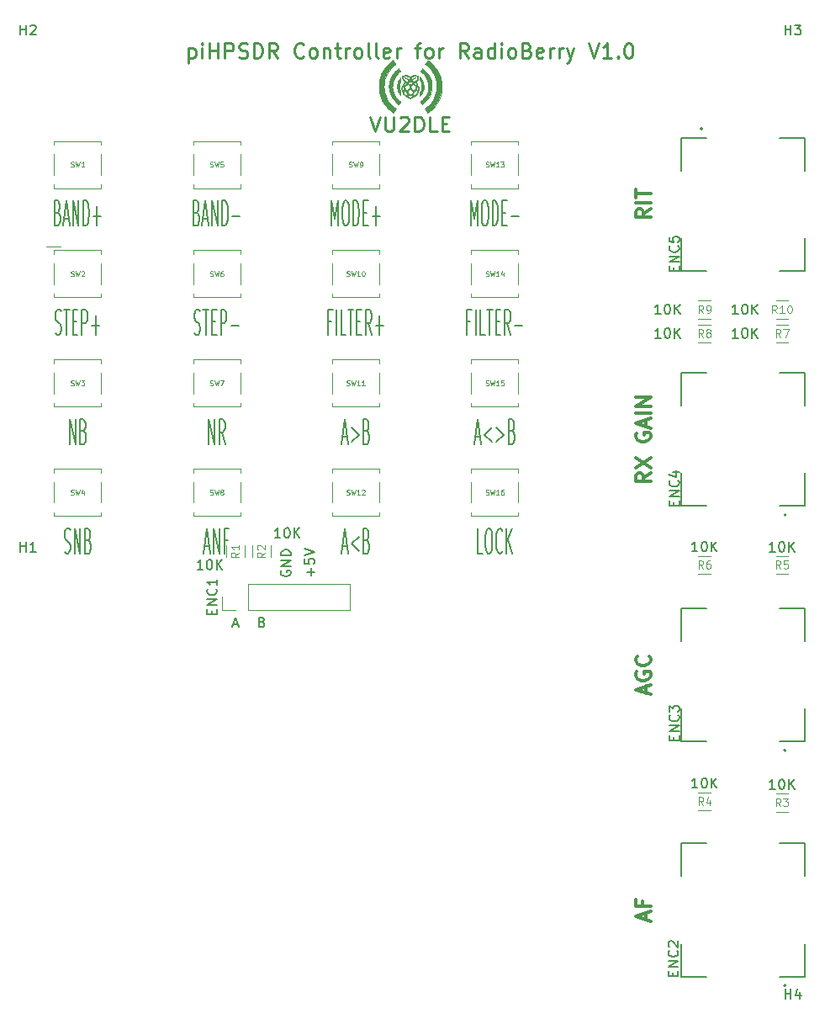
<source format=gto>
G04 #@! TF.GenerationSoftware,KiCad,Pcbnew,(5.1.5)-3*
G04 #@! TF.CreationDate,2021-07-12T14:21:50+05:30*
G04 #@! TF.ProjectId,RB_Console,52425f43-6f6e-4736-9f6c-652e6b696361,rev?*
G04 #@! TF.SameCoordinates,Original*
G04 #@! TF.FileFunction,Legend,Top*
G04 #@! TF.FilePolarity,Positive*
%FSLAX46Y46*%
G04 Gerber Fmt 4.6, Leading zero omitted, Abs format (unit mm)*
G04 Created by KiCad (PCBNEW (5.1.5)-3) date 2021-07-12 14:21:50*
%MOMM*%
%LPD*%
G04 APERTURE LIST*
%ADD10C,0.120000*%
%ADD11C,0.300000*%
%ADD12C,0.250000*%
%ADD13C,0.010000*%
%ADD14C,0.200000*%
%ADD15C,0.127000*%
%ADD16C,0.150000*%
%ADD17C,0.075000*%
G04 APERTURE END LIST*
D10*
X71300000Y-51250000D02*
X69800000Y-51250000D01*
D11*
X130250000Y-119000000D02*
X130250000Y-118285714D01*
X130678571Y-119142857D02*
X129178571Y-118642857D01*
X130678571Y-118142857D01*
X129892857Y-117142857D02*
X129892857Y-117642857D01*
X130678571Y-117642857D02*
X129178571Y-117642857D01*
X129178571Y-116928571D01*
X130250000Y-96187142D02*
X130250000Y-95472857D01*
X130678571Y-96330000D02*
X129178571Y-95830000D01*
X130678571Y-95330000D01*
X129250000Y-94044285D02*
X129178571Y-94187142D01*
X129178571Y-94401428D01*
X129250000Y-94615714D01*
X129392857Y-94758571D01*
X129535714Y-94830000D01*
X129821428Y-94901428D01*
X130035714Y-94901428D01*
X130321428Y-94830000D01*
X130464285Y-94758571D01*
X130607142Y-94615714D01*
X130678571Y-94401428D01*
X130678571Y-94258571D01*
X130607142Y-94044285D01*
X130535714Y-93972857D01*
X130035714Y-93972857D01*
X130035714Y-94258571D01*
X130535714Y-92472857D02*
X130607142Y-92544285D01*
X130678571Y-92758571D01*
X130678571Y-92901428D01*
X130607142Y-93115714D01*
X130464285Y-93258571D01*
X130321428Y-93330000D01*
X130035714Y-93401428D01*
X129821428Y-93401428D01*
X129535714Y-93330000D01*
X129392857Y-93258571D01*
X129250000Y-93115714D01*
X129178571Y-92901428D01*
X129178571Y-92758571D01*
X129250000Y-92544285D01*
X129321428Y-92472857D01*
X130678571Y-74017142D02*
X129964285Y-74517142D01*
X130678571Y-74874285D02*
X129178571Y-74874285D01*
X129178571Y-74302857D01*
X129250000Y-74160000D01*
X129321428Y-74088571D01*
X129464285Y-74017142D01*
X129678571Y-74017142D01*
X129821428Y-74088571D01*
X129892857Y-74160000D01*
X129964285Y-74302857D01*
X129964285Y-74874285D01*
X129178571Y-73517142D02*
X130678571Y-72517142D01*
X129178571Y-72517142D02*
X130678571Y-73517142D01*
X129250000Y-70017142D02*
X129178571Y-70160000D01*
X129178571Y-70374285D01*
X129250000Y-70588571D01*
X129392857Y-70731428D01*
X129535714Y-70802857D01*
X129821428Y-70874285D01*
X130035714Y-70874285D01*
X130321428Y-70802857D01*
X130464285Y-70731428D01*
X130607142Y-70588571D01*
X130678571Y-70374285D01*
X130678571Y-70231428D01*
X130607142Y-70017142D01*
X130535714Y-69945714D01*
X130035714Y-69945714D01*
X130035714Y-70231428D01*
X130250000Y-69374285D02*
X130250000Y-68660000D01*
X130678571Y-69517142D02*
X129178571Y-69017142D01*
X130678571Y-68517142D01*
X130678571Y-68017142D02*
X129178571Y-68017142D01*
X130678571Y-67302857D02*
X129178571Y-67302857D01*
X130678571Y-66445714D01*
X129178571Y-66445714D01*
X130678571Y-47464285D02*
X129964285Y-47964285D01*
X130678571Y-48321428D02*
X129178571Y-48321428D01*
X129178571Y-47750000D01*
X129250000Y-47607142D01*
X129321428Y-47535714D01*
X129464285Y-47464285D01*
X129678571Y-47464285D01*
X129821428Y-47535714D01*
X129892857Y-47607142D01*
X129964285Y-47750000D01*
X129964285Y-48321428D01*
X130678571Y-46821428D02*
X129178571Y-46821428D01*
X129178571Y-46321428D02*
X129178571Y-45464285D01*
X130678571Y-45892857D02*
X129178571Y-45892857D01*
D12*
X84178571Y-31278571D02*
X84178571Y-32778571D01*
X84178571Y-31350000D02*
X84321428Y-31278571D01*
X84607142Y-31278571D01*
X84750000Y-31350000D01*
X84821428Y-31421428D01*
X84892857Y-31564285D01*
X84892857Y-31992857D01*
X84821428Y-32135714D01*
X84750000Y-32207142D01*
X84607142Y-32278571D01*
X84321428Y-32278571D01*
X84178571Y-32207142D01*
X85535714Y-32278571D02*
X85535714Y-31278571D01*
X85535714Y-30778571D02*
X85464285Y-30850000D01*
X85535714Y-30921428D01*
X85607142Y-30850000D01*
X85535714Y-30778571D01*
X85535714Y-30921428D01*
X86250000Y-32278571D02*
X86250000Y-30778571D01*
X86250000Y-31492857D02*
X87107142Y-31492857D01*
X87107142Y-32278571D02*
X87107142Y-30778571D01*
X87821428Y-32278571D02*
X87821428Y-30778571D01*
X88392857Y-30778571D01*
X88535714Y-30850000D01*
X88607142Y-30921428D01*
X88678571Y-31064285D01*
X88678571Y-31278571D01*
X88607142Y-31421428D01*
X88535714Y-31492857D01*
X88392857Y-31564285D01*
X87821428Y-31564285D01*
X89250000Y-32207142D02*
X89464285Y-32278571D01*
X89821428Y-32278571D01*
X89964285Y-32207142D01*
X90035714Y-32135714D01*
X90107142Y-31992857D01*
X90107142Y-31850000D01*
X90035714Y-31707142D01*
X89964285Y-31635714D01*
X89821428Y-31564285D01*
X89535714Y-31492857D01*
X89392857Y-31421428D01*
X89321428Y-31350000D01*
X89250000Y-31207142D01*
X89250000Y-31064285D01*
X89321428Y-30921428D01*
X89392857Y-30850000D01*
X89535714Y-30778571D01*
X89892857Y-30778571D01*
X90107142Y-30850000D01*
X90750000Y-32278571D02*
X90750000Y-30778571D01*
X91107142Y-30778571D01*
X91321428Y-30850000D01*
X91464285Y-30992857D01*
X91535714Y-31135714D01*
X91607142Y-31421428D01*
X91607142Y-31635714D01*
X91535714Y-31921428D01*
X91464285Y-32064285D01*
X91321428Y-32207142D01*
X91107142Y-32278571D01*
X90750000Y-32278571D01*
X93107142Y-32278571D02*
X92607142Y-31564285D01*
X92250000Y-32278571D02*
X92250000Y-30778571D01*
X92821428Y-30778571D01*
X92964285Y-30850000D01*
X93035714Y-30921428D01*
X93107142Y-31064285D01*
X93107142Y-31278571D01*
X93035714Y-31421428D01*
X92964285Y-31492857D01*
X92821428Y-31564285D01*
X92250000Y-31564285D01*
X95750000Y-32135714D02*
X95678571Y-32207142D01*
X95464285Y-32278571D01*
X95321428Y-32278571D01*
X95107142Y-32207142D01*
X94964285Y-32064285D01*
X94892857Y-31921428D01*
X94821428Y-31635714D01*
X94821428Y-31421428D01*
X94892857Y-31135714D01*
X94964285Y-30992857D01*
X95107142Y-30850000D01*
X95321428Y-30778571D01*
X95464285Y-30778571D01*
X95678571Y-30850000D01*
X95750000Y-30921428D01*
X96607142Y-32278571D02*
X96464285Y-32207142D01*
X96392857Y-32135714D01*
X96321428Y-31992857D01*
X96321428Y-31564285D01*
X96392857Y-31421428D01*
X96464285Y-31350000D01*
X96607142Y-31278571D01*
X96821428Y-31278571D01*
X96964285Y-31350000D01*
X97035714Y-31421428D01*
X97107142Y-31564285D01*
X97107142Y-31992857D01*
X97035714Y-32135714D01*
X96964285Y-32207142D01*
X96821428Y-32278571D01*
X96607142Y-32278571D01*
X97750000Y-31278571D02*
X97750000Y-32278571D01*
X97750000Y-31421428D02*
X97821428Y-31350000D01*
X97964285Y-31278571D01*
X98178571Y-31278571D01*
X98321428Y-31350000D01*
X98392857Y-31492857D01*
X98392857Y-32278571D01*
X98892857Y-31278571D02*
X99464285Y-31278571D01*
X99107142Y-30778571D02*
X99107142Y-32064285D01*
X99178571Y-32207142D01*
X99321428Y-32278571D01*
X99464285Y-32278571D01*
X99964285Y-32278571D02*
X99964285Y-31278571D01*
X99964285Y-31564285D02*
X100035714Y-31421428D01*
X100107142Y-31350000D01*
X100250000Y-31278571D01*
X100392857Y-31278571D01*
X101107142Y-32278571D02*
X100964285Y-32207142D01*
X100892857Y-32135714D01*
X100821428Y-31992857D01*
X100821428Y-31564285D01*
X100892857Y-31421428D01*
X100964285Y-31350000D01*
X101107142Y-31278571D01*
X101321428Y-31278571D01*
X101464285Y-31350000D01*
X101535714Y-31421428D01*
X101607142Y-31564285D01*
X101607142Y-31992857D01*
X101535714Y-32135714D01*
X101464285Y-32207142D01*
X101321428Y-32278571D01*
X101107142Y-32278571D01*
X102464285Y-32278571D02*
X102321428Y-32207142D01*
X102250000Y-32064285D01*
X102250000Y-30778571D01*
X103250000Y-32278571D02*
X103107142Y-32207142D01*
X103035714Y-32064285D01*
X103035714Y-30778571D01*
X104392857Y-32207142D02*
X104250000Y-32278571D01*
X103964285Y-32278571D01*
X103821428Y-32207142D01*
X103750000Y-32064285D01*
X103750000Y-31492857D01*
X103821428Y-31350000D01*
X103964285Y-31278571D01*
X104250000Y-31278571D01*
X104392857Y-31350000D01*
X104464285Y-31492857D01*
X104464285Y-31635714D01*
X103750000Y-31778571D01*
X105107142Y-32278571D02*
X105107142Y-31278571D01*
X105107142Y-31564285D02*
X105178571Y-31421428D01*
X105250000Y-31350000D01*
X105392857Y-31278571D01*
X105535714Y-31278571D01*
X106964285Y-31278571D02*
X107535714Y-31278571D01*
X107178571Y-32278571D02*
X107178571Y-30992857D01*
X107250000Y-30850000D01*
X107392857Y-30778571D01*
X107535714Y-30778571D01*
X108250000Y-32278571D02*
X108107142Y-32207142D01*
X108035714Y-32135714D01*
X107964285Y-31992857D01*
X107964285Y-31564285D01*
X108035714Y-31421428D01*
X108107142Y-31350000D01*
X108250000Y-31278571D01*
X108464285Y-31278571D01*
X108607142Y-31350000D01*
X108678571Y-31421428D01*
X108750000Y-31564285D01*
X108750000Y-31992857D01*
X108678571Y-32135714D01*
X108607142Y-32207142D01*
X108464285Y-32278571D01*
X108250000Y-32278571D01*
X109392857Y-32278571D02*
X109392857Y-31278571D01*
X109392857Y-31564285D02*
X109464285Y-31421428D01*
X109535714Y-31350000D01*
X109678571Y-31278571D01*
X109821428Y-31278571D01*
X112321428Y-32278571D02*
X111821428Y-31564285D01*
X111464285Y-32278571D02*
X111464285Y-30778571D01*
X112035714Y-30778571D01*
X112178571Y-30850000D01*
X112250000Y-30921428D01*
X112321428Y-31064285D01*
X112321428Y-31278571D01*
X112250000Y-31421428D01*
X112178571Y-31492857D01*
X112035714Y-31564285D01*
X111464285Y-31564285D01*
X113607142Y-32278571D02*
X113607142Y-31492857D01*
X113535714Y-31350000D01*
X113392857Y-31278571D01*
X113107142Y-31278571D01*
X112964285Y-31350000D01*
X113607142Y-32207142D02*
X113464285Y-32278571D01*
X113107142Y-32278571D01*
X112964285Y-32207142D01*
X112892857Y-32064285D01*
X112892857Y-31921428D01*
X112964285Y-31778571D01*
X113107142Y-31707142D01*
X113464285Y-31707142D01*
X113607142Y-31635714D01*
X114964285Y-32278571D02*
X114964285Y-30778571D01*
X114964285Y-32207142D02*
X114821428Y-32278571D01*
X114535714Y-32278571D01*
X114392857Y-32207142D01*
X114321428Y-32135714D01*
X114250000Y-31992857D01*
X114250000Y-31564285D01*
X114321428Y-31421428D01*
X114392857Y-31350000D01*
X114535714Y-31278571D01*
X114821428Y-31278571D01*
X114964285Y-31350000D01*
X115678571Y-32278571D02*
X115678571Y-31278571D01*
X115678571Y-30778571D02*
X115607142Y-30850000D01*
X115678571Y-30921428D01*
X115750000Y-30850000D01*
X115678571Y-30778571D01*
X115678571Y-30921428D01*
X116607142Y-32278571D02*
X116464285Y-32207142D01*
X116392857Y-32135714D01*
X116321428Y-31992857D01*
X116321428Y-31564285D01*
X116392857Y-31421428D01*
X116464285Y-31350000D01*
X116607142Y-31278571D01*
X116821428Y-31278571D01*
X116964285Y-31350000D01*
X117035714Y-31421428D01*
X117107142Y-31564285D01*
X117107142Y-31992857D01*
X117035714Y-32135714D01*
X116964285Y-32207142D01*
X116821428Y-32278571D01*
X116607142Y-32278571D01*
X118250000Y-31492857D02*
X118464285Y-31564285D01*
X118535714Y-31635714D01*
X118607142Y-31778571D01*
X118607142Y-31992857D01*
X118535714Y-32135714D01*
X118464285Y-32207142D01*
X118321428Y-32278571D01*
X117750000Y-32278571D01*
X117750000Y-30778571D01*
X118250000Y-30778571D01*
X118392857Y-30850000D01*
X118464285Y-30921428D01*
X118535714Y-31064285D01*
X118535714Y-31207142D01*
X118464285Y-31350000D01*
X118392857Y-31421428D01*
X118250000Y-31492857D01*
X117750000Y-31492857D01*
X119821428Y-32207142D02*
X119678571Y-32278571D01*
X119392857Y-32278571D01*
X119250000Y-32207142D01*
X119178571Y-32064285D01*
X119178571Y-31492857D01*
X119250000Y-31350000D01*
X119392857Y-31278571D01*
X119678571Y-31278571D01*
X119821428Y-31350000D01*
X119892857Y-31492857D01*
X119892857Y-31635714D01*
X119178571Y-31778571D01*
X120535714Y-32278571D02*
X120535714Y-31278571D01*
X120535714Y-31564285D02*
X120607142Y-31421428D01*
X120678571Y-31350000D01*
X120821428Y-31278571D01*
X120964285Y-31278571D01*
X121464285Y-32278571D02*
X121464285Y-31278571D01*
X121464285Y-31564285D02*
X121535714Y-31421428D01*
X121607142Y-31350000D01*
X121750000Y-31278571D01*
X121892857Y-31278571D01*
X122250000Y-31278571D02*
X122607142Y-32278571D01*
X122964285Y-31278571D02*
X122607142Y-32278571D01*
X122464285Y-32635714D01*
X122392857Y-32707142D01*
X122250000Y-32778571D01*
X124464285Y-30778571D02*
X124964285Y-32278571D01*
X125464285Y-30778571D01*
X126749999Y-32278571D02*
X125892857Y-32278571D01*
X126321428Y-32278571D02*
X126321428Y-30778571D01*
X126178571Y-30992857D01*
X126035714Y-31135714D01*
X125892857Y-31207142D01*
X127392857Y-32135714D02*
X127464285Y-32207142D01*
X127392857Y-32278571D01*
X127321428Y-32207142D01*
X127392857Y-32135714D01*
X127392857Y-32278571D01*
X128392857Y-30778571D02*
X128535714Y-30778571D01*
X128678571Y-30850000D01*
X128749999Y-30921428D01*
X128821428Y-31064285D01*
X128892857Y-31350000D01*
X128892857Y-31707142D01*
X128821428Y-31992857D01*
X128749999Y-32135714D01*
X128678571Y-32207142D01*
X128535714Y-32278571D01*
X128392857Y-32278571D01*
X128249999Y-32207142D01*
X128178571Y-32135714D01*
X128107142Y-31992857D01*
X128035714Y-31707142D01*
X128035714Y-31350000D01*
X128107142Y-31064285D01*
X128178571Y-30921428D01*
X128249999Y-30850000D01*
X128392857Y-30778571D01*
X102464285Y-38178571D02*
X102964285Y-39678571D01*
X103464285Y-38178571D01*
X103964285Y-38178571D02*
X103964285Y-39392857D01*
X104035714Y-39535714D01*
X104107142Y-39607142D01*
X104250000Y-39678571D01*
X104535714Y-39678571D01*
X104678571Y-39607142D01*
X104750000Y-39535714D01*
X104821428Y-39392857D01*
X104821428Y-38178571D01*
X105464285Y-38321428D02*
X105535714Y-38250000D01*
X105678571Y-38178571D01*
X106035714Y-38178571D01*
X106178571Y-38250000D01*
X106250000Y-38321428D01*
X106321428Y-38464285D01*
X106321428Y-38607142D01*
X106250000Y-38821428D01*
X105392857Y-39678571D01*
X106321428Y-39678571D01*
X106964285Y-39678571D02*
X106964285Y-38178571D01*
X107321428Y-38178571D01*
X107535714Y-38250000D01*
X107678571Y-38392857D01*
X107750000Y-38535714D01*
X107821428Y-38821428D01*
X107821428Y-39035714D01*
X107750000Y-39321428D01*
X107678571Y-39464285D01*
X107535714Y-39607142D01*
X107321428Y-39678571D01*
X106964285Y-39678571D01*
X109178571Y-39678571D02*
X108464285Y-39678571D01*
X108464285Y-38178571D01*
X109678571Y-38892857D02*
X110178571Y-38892857D01*
X110392857Y-39678571D02*
X109678571Y-39678571D01*
X109678571Y-38178571D01*
X110392857Y-38178571D01*
D13*
G36*
X104880652Y-32686850D02*
G01*
X104922063Y-32750500D01*
X104958241Y-32806585D01*
X104987055Y-32851760D01*
X105006369Y-32882677D01*
X105014051Y-32895989D01*
X105014100Y-32896199D01*
X105004605Y-32905404D01*
X104978871Y-32926484D01*
X104941025Y-32956134D01*
X104902975Y-32985184D01*
X104702402Y-33151776D01*
X104520006Y-33334282D01*
X104356831Y-33531147D01*
X104213921Y-33740819D01*
X104092322Y-33961743D01*
X103993080Y-34192365D01*
X103917239Y-34431130D01*
X103909008Y-34463269D01*
X103875080Y-34616932D01*
X103851616Y-34766510D01*
X103837599Y-34920784D01*
X103832017Y-35088535D01*
X103831820Y-35131750D01*
X103843357Y-35397737D01*
X103877917Y-35653101D01*
X103935641Y-35898172D01*
X104016669Y-36133287D01*
X104121140Y-36358777D01*
X104249194Y-36574976D01*
X104400971Y-36782218D01*
X104576610Y-36980836D01*
X104628603Y-37033485D01*
X104690313Y-37092368D01*
X104759416Y-37154767D01*
X104827899Y-37213641D01*
X104887750Y-37261944D01*
X104893450Y-37266300D01*
X104942060Y-37303774D01*
X104982725Y-37336226D01*
X105011423Y-37360368D01*
X105024134Y-37372913D01*
X105024356Y-37373358D01*
X105019021Y-37386898D01*
X105002029Y-37417278D01*
X104976022Y-37460424D01*
X104943645Y-37512261D01*
X104907541Y-37568716D01*
X104870354Y-37625712D01*
X104834728Y-37679177D01*
X104803307Y-37725035D01*
X104778733Y-37759213D01*
X104763652Y-37777635D01*
X104760693Y-37779700D01*
X104746901Y-37772750D01*
X104717559Y-37754063D01*
X104677628Y-37726878D01*
X104650869Y-37707992D01*
X104434588Y-37537986D01*
X104233154Y-37348362D01*
X104048422Y-37141326D01*
X103882245Y-36919083D01*
X103736478Y-36683841D01*
X103649226Y-36516050D01*
X103536017Y-36252454D01*
X103447175Y-35983869D01*
X103382739Y-35711569D01*
X103342745Y-35436827D01*
X103327231Y-35160915D01*
X103336235Y-34885106D01*
X103369795Y-34610674D01*
X103427948Y-34338891D01*
X103510732Y-34071030D01*
X103572177Y-33912880D01*
X103694844Y-33651750D01*
X103837152Y-33406723D01*
X103999188Y-33177690D01*
X104181041Y-32964540D01*
X104382797Y-32767163D01*
X104604545Y-32585450D01*
X104674277Y-32534475D01*
X104747204Y-32482541D01*
X104880652Y-32686850D01*
G37*
X104880652Y-32686850D02*
X104922063Y-32750500D01*
X104958241Y-32806585D01*
X104987055Y-32851760D01*
X105006369Y-32882677D01*
X105014051Y-32895989D01*
X105014100Y-32896199D01*
X105004605Y-32905404D01*
X104978871Y-32926484D01*
X104941025Y-32956134D01*
X104902975Y-32985184D01*
X104702402Y-33151776D01*
X104520006Y-33334282D01*
X104356831Y-33531147D01*
X104213921Y-33740819D01*
X104092322Y-33961743D01*
X103993080Y-34192365D01*
X103917239Y-34431130D01*
X103909008Y-34463269D01*
X103875080Y-34616932D01*
X103851616Y-34766510D01*
X103837599Y-34920784D01*
X103832017Y-35088535D01*
X103831820Y-35131750D01*
X103843357Y-35397737D01*
X103877917Y-35653101D01*
X103935641Y-35898172D01*
X104016669Y-36133287D01*
X104121140Y-36358777D01*
X104249194Y-36574976D01*
X104400971Y-36782218D01*
X104576610Y-36980836D01*
X104628603Y-37033485D01*
X104690313Y-37092368D01*
X104759416Y-37154767D01*
X104827899Y-37213641D01*
X104887750Y-37261944D01*
X104893450Y-37266300D01*
X104942060Y-37303774D01*
X104982725Y-37336226D01*
X105011423Y-37360368D01*
X105024134Y-37372913D01*
X105024356Y-37373358D01*
X105019021Y-37386898D01*
X105002029Y-37417278D01*
X104976022Y-37460424D01*
X104943645Y-37512261D01*
X104907541Y-37568716D01*
X104870354Y-37625712D01*
X104834728Y-37679177D01*
X104803307Y-37725035D01*
X104778733Y-37759213D01*
X104763652Y-37777635D01*
X104760693Y-37779700D01*
X104746901Y-37772750D01*
X104717559Y-37754063D01*
X104677628Y-37726878D01*
X104650869Y-37707992D01*
X104434588Y-37537986D01*
X104233154Y-37348362D01*
X104048422Y-37141326D01*
X103882245Y-36919083D01*
X103736478Y-36683841D01*
X103649226Y-36516050D01*
X103536017Y-36252454D01*
X103447175Y-35983869D01*
X103382739Y-35711569D01*
X103342745Y-35436827D01*
X103327231Y-35160915D01*
X103336235Y-34885106D01*
X103369795Y-34610674D01*
X103427948Y-34338891D01*
X103510732Y-34071030D01*
X103572177Y-33912880D01*
X103694844Y-33651750D01*
X103837152Y-33406723D01*
X103999188Y-33177690D01*
X104181041Y-32964540D01*
X104382797Y-32767163D01*
X104604545Y-32585450D01*
X104674277Y-32534475D01*
X104747204Y-32482541D01*
X104880652Y-32686850D01*
G36*
X108268942Y-32503768D02*
G01*
X108299644Y-32523717D01*
X108342376Y-32553566D01*
X108393079Y-32590531D01*
X108410453Y-32603505D01*
X108623403Y-32779172D01*
X108819144Y-32972805D01*
X108996843Y-33182955D01*
X109155667Y-33408171D01*
X109294783Y-33647003D01*
X109413358Y-33898001D01*
X109510557Y-34159714D01*
X109585549Y-34430693D01*
X109637499Y-34709488D01*
X109642778Y-34748225D01*
X109651291Y-34834264D01*
X109657347Y-34938256D01*
X109660877Y-35052870D01*
X109661813Y-35170771D01*
X109660088Y-35284625D01*
X109655633Y-35387101D01*
X109649410Y-35461950D01*
X109608026Y-35727206D01*
X109543695Y-35989587D01*
X109457657Y-36246649D01*
X109351149Y-36495947D01*
X109225412Y-36735039D01*
X109081684Y-36961481D01*
X108921204Y-37172827D01*
X108745211Y-37366635D01*
X108627250Y-37478342D01*
X108580705Y-37518596D01*
X108526395Y-37563608D01*
X108467950Y-37610591D01*
X108409002Y-37656758D01*
X108353179Y-37699322D01*
X108304113Y-37735497D01*
X108265433Y-37762497D01*
X108240770Y-37777533D01*
X108234658Y-37779700D01*
X108225432Y-37769589D01*
X108204657Y-37741430D01*
X108174611Y-37698482D01*
X108137571Y-37644004D01*
X108095812Y-37581257D01*
X108092137Y-37575675D01*
X108050790Y-37512319D01*
X108015072Y-37456617D01*
X107987045Y-37411864D01*
X107968770Y-37381357D01*
X107962308Y-37368391D01*
X107962382Y-37368192D01*
X107973910Y-37359640D01*
X108001129Y-37339566D01*
X108039263Y-37311489D01*
X108062100Y-37294691D01*
X108267977Y-37128108D01*
X108454090Y-36946228D01*
X108619886Y-36750280D01*
X108764812Y-36541491D01*
X108888315Y-36321088D01*
X108989842Y-36090298D01*
X109068841Y-35850349D01*
X109124760Y-35602468D01*
X109157044Y-35347883D01*
X109165143Y-35087820D01*
X109153354Y-34871400D01*
X109117273Y-34618290D01*
X109057095Y-34371288D01*
X108973717Y-34131985D01*
X108868037Y-33901974D01*
X108740952Y-33682848D01*
X108593361Y-33476198D01*
X108426161Y-33283617D01*
X108240250Y-33106697D01*
X108090478Y-32986288D01*
X107975409Y-32900359D01*
X108046096Y-32790504D01*
X108108600Y-32694126D01*
X108158896Y-32618320D01*
X108197842Y-32561876D01*
X108226293Y-32523584D01*
X108245108Y-32502234D01*
X108254331Y-32496500D01*
X108268942Y-32503768D01*
G37*
X108268942Y-32503768D02*
X108299644Y-32523717D01*
X108342376Y-32553566D01*
X108393079Y-32590531D01*
X108410453Y-32603505D01*
X108623403Y-32779172D01*
X108819144Y-32972805D01*
X108996843Y-33182955D01*
X109155667Y-33408171D01*
X109294783Y-33647003D01*
X109413358Y-33898001D01*
X109510557Y-34159714D01*
X109585549Y-34430693D01*
X109637499Y-34709488D01*
X109642778Y-34748225D01*
X109651291Y-34834264D01*
X109657347Y-34938256D01*
X109660877Y-35052870D01*
X109661813Y-35170771D01*
X109660088Y-35284625D01*
X109655633Y-35387101D01*
X109649410Y-35461950D01*
X109608026Y-35727206D01*
X109543695Y-35989587D01*
X109457657Y-36246649D01*
X109351149Y-36495947D01*
X109225412Y-36735039D01*
X109081684Y-36961481D01*
X108921204Y-37172827D01*
X108745211Y-37366635D01*
X108627250Y-37478342D01*
X108580705Y-37518596D01*
X108526395Y-37563608D01*
X108467950Y-37610591D01*
X108409002Y-37656758D01*
X108353179Y-37699322D01*
X108304113Y-37735497D01*
X108265433Y-37762497D01*
X108240770Y-37777533D01*
X108234658Y-37779700D01*
X108225432Y-37769589D01*
X108204657Y-37741430D01*
X108174611Y-37698482D01*
X108137571Y-37644004D01*
X108095812Y-37581257D01*
X108092137Y-37575675D01*
X108050790Y-37512319D01*
X108015072Y-37456617D01*
X107987045Y-37411864D01*
X107968770Y-37381357D01*
X107962308Y-37368391D01*
X107962382Y-37368192D01*
X107973910Y-37359640D01*
X108001129Y-37339566D01*
X108039263Y-37311489D01*
X108062100Y-37294691D01*
X108267977Y-37128108D01*
X108454090Y-36946228D01*
X108619886Y-36750280D01*
X108764812Y-36541491D01*
X108888315Y-36321088D01*
X108989842Y-36090298D01*
X109068841Y-35850349D01*
X109124760Y-35602468D01*
X109157044Y-35347883D01*
X109165143Y-35087820D01*
X109153354Y-34871400D01*
X109117273Y-34618290D01*
X109057095Y-34371288D01*
X108973717Y-34131985D01*
X108868037Y-33901974D01*
X108740952Y-33682848D01*
X108593361Y-33476198D01*
X108426161Y-33283617D01*
X108240250Y-33106697D01*
X108090478Y-32986288D01*
X107975409Y-32900359D01*
X108046096Y-32790504D01*
X108108600Y-32694126D01*
X108158896Y-32618320D01*
X108197842Y-32561876D01*
X108226293Y-32523584D01*
X108245108Y-32502234D01*
X108254331Y-32496500D01*
X108268942Y-32503768D01*
G36*
X105306968Y-33344497D02*
G01*
X105326581Y-33370662D01*
X105353518Y-33408351D01*
X105384452Y-33452721D01*
X105416057Y-33498928D01*
X105445009Y-33542129D01*
X105467981Y-33577481D01*
X105481647Y-33600142D01*
X105484000Y-33605566D01*
X105474612Y-33614961D01*
X105449453Y-33635957D01*
X105413024Y-33664855D01*
X105391925Y-33681164D01*
X105242027Y-33810572D01*
X105105502Y-33957551D01*
X104984547Y-34118662D01*
X104881361Y-34290467D01*
X104798142Y-34469527D01*
X104737089Y-34652404D01*
X104717123Y-34736524D01*
X104684834Y-34952887D01*
X104677074Y-35167765D01*
X104693494Y-35379450D01*
X104733748Y-35586230D01*
X104797489Y-35786397D01*
X104884371Y-35978240D01*
X104994046Y-36160050D01*
X105010779Y-36184013D01*
X105061050Y-36248858D01*
X105124761Y-36322174D01*
X105196466Y-36398415D01*
X105270719Y-36472033D01*
X105342077Y-36537480D01*
X105405092Y-36589209D01*
X105417428Y-36598292D01*
X105455150Y-36626585D01*
X105483135Y-36649944D01*
X105496294Y-36664063D01*
X105496700Y-36665391D01*
X105490204Y-36678316D01*
X105472847Y-36706954D01*
X105447824Y-36746450D01*
X105418329Y-36791947D01*
X105387556Y-36838589D01*
X105358700Y-36881520D01*
X105334956Y-36915883D01*
X105319517Y-36936823D01*
X105315440Y-36940933D01*
X105304334Y-36934014D01*
X105278771Y-36916783D01*
X105255400Y-36900675D01*
X105094646Y-36775618D01*
X104941504Y-36629955D01*
X104800617Y-36468303D01*
X104739632Y-36387670D01*
X104689073Y-36311052D01*
X104634493Y-36217289D01*
X104579469Y-36113474D01*
X104527580Y-36006699D01*
X104482403Y-35904058D01*
X104447514Y-35812642D01*
X104443397Y-35800360D01*
X104383618Y-35578225D01*
X104348328Y-35353354D01*
X104337047Y-35127668D01*
X104349296Y-34903085D01*
X104384597Y-34681526D01*
X104442471Y-34464910D01*
X104522439Y-34255157D01*
X104624021Y-34054186D01*
X104746740Y-33863917D01*
X104890115Y-33686271D01*
X104998803Y-33574009D01*
X105050752Y-33525769D01*
X105106031Y-33477174D01*
X105160845Y-33431258D01*
X105211402Y-33391055D01*
X105253909Y-33359598D01*
X105284574Y-33339921D01*
X105298003Y-33334700D01*
X105306968Y-33344497D01*
G37*
X105306968Y-33344497D02*
X105326581Y-33370662D01*
X105353518Y-33408351D01*
X105384452Y-33452721D01*
X105416057Y-33498928D01*
X105445009Y-33542129D01*
X105467981Y-33577481D01*
X105481647Y-33600142D01*
X105484000Y-33605566D01*
X105474612Y-33614961D01*
X105449453Y-33635957D01*
X105413024Y-33664855D01*
X105391925Y-33681164D01*
X105242027Y-33810572D01*
X105105502Y-33957551D01*
X104984547Y-34118662D01*
X104881361Y-34290467D01*
X104798142Y-34469527D01*
X104737089Y-34652404D01*
X104717123Y-34736524D01*
X104684834Y-34952887D01*
X104677074Y-35167765D01*
X104693494Y-35379450D01*
X104733748Y-35586230D01*
X104797489Y-35786397D01*
X104884371Y-35978240D01*
X104994046Y-36160050D01*
X105010779Y-36184013D01*
X105061050Y-36248858D01*
X105124761Y-36322174D01*
X105196466Y-36398415D01*
X105270719Y-36472033D01*
X105342077Y-36537480D01*
X105405092Y-36589209D01*
X105417428Y-36598292D01*
X105455150Y-36626585D01*
X105483135Y-36649944D01*
X105496294Y-36664063D01*
X105496700Y-36665391D01*
X105490204Y-36678316D01*
X105472847Y-36706954D01*
X105447824Y-36746450D01*
X105418329Y-36791947D01*
X105387556Y-36838589D01*
X105358700Y-36881520D01*
X105334956Y-36915883D01*
X105319517Y-36936823D01*
X105315440Y-36940933D01*
X105304334Y-36934014D01*
X105278771Y-36916783D01*
X105255400Y-36900675D01*
X105094646Y-36775618D01*
X104941504Y-36629955D01*
X104800617Y-36468303D01*
X104739632Y-36387670D01*
X104689073Y-36311052D01*
X104634493Y-36217289D01*
X104579469Y-36113474D01*
X104527580Y-36006699D01*
X104482403Y-35904058D01*
X104447514Y-35812642D01*
X104443397Y-35800360D01*
X104383618Y-35578225D01*
X104348328Y-35353354D01*
X104337047Y-35127668D01*
X104349296Y-34903085D01*
X104384597Y-34681526D01*
X104442471Y-34464910D01*
X104522439Y-34255157D01*
X104624021Y-34054186D01*
X104746740Y-33863917D01*
X104890115Y-33686271D01*
X104998803Y-33574009D01*
X105050752Y-33525769D01*
X105106031Y-33477174D01*
X105160845Y-33431258D01*
X105211402Y-33391055D01*
X105253909Y-33359598D01*
X105284574Y-33339921D01*
X105298003Y-33334700D01*
X105306968Y-33344497D01*
G36*
X107709808Y-33341992D02*
G01*
X107738169Y-33361035D01*
X107776151Y-33388476D01*
X107791552Y-33400009D01*
X107967672Y-33546857D01*
X108122391Y-33705636D01*
X108257982Y-33879078D01*
X108376719Y-34069914D01*
X108424174Y-34160026D01*
X108519086Y-34376962D01*
X108589313Y-34598129D01*
X108634948Y-34822161D01*
X108656082Y-35047692D01*
X108652806Y-35273358D01*
X108625214Y-35497791D01*
X108573395Y-35719628D01*
X108497442Y-35937502D01*
X108397447Y-36150048D01*
X108277130Y-36350489D01*
X108214258Y-36436999D01*
X108139061Y-36528296D01*
X108055736Y-36620174D01*
X107968479Y-36708426D01*
X107881488Y-36788849D01*
X107798959Y-36857235D01*
X107725088Y-36909381D01*
X107710737Y-36918068D01*
X107674750Y-36939087D01*
X107581796Y-36799355D01*
X107547774Y-36747614D01*
X107519965Y-36704178D01*
X107500847Y-36673003D01*
X107492894Y-36658043D01*
X107492896Y-36657317D01*
X107529354Y-36632888D01*
X107578728Y-36594690D01*
X107636049Y-36546989D01*
X107696347Y-36494051D01*
X107754652Y-36440142D01*
X107805994Y-36389528D01*
X107811482Y-36383847D01*
X107952568Y-36219875D01*
X108070462Y-36045817D01*
X108165680Y-35860709D01*
X108238736Y-35663583D01*
X108279601Y-35505849D01*
X108295595Y-35407462D01*
X108305917Y-35292382D01*
X108310557Y-35168046D01*
X108309505Y-35041889D01*
X108302752Y-34921349D01*
X108290288Y-34813860D01*
X108280575Y-34761057D01*
X108222496Y-34549609D01*
X108143036Y-34351764D01*
X108041839Y-34166875D01*
X107918549Y-33994292D01*
X107772810Y-33833366D01*
X107769396Y-33830000D01*
X107718282Y-33781422D01*
X107665293Y-33733943D01*
X107617457Y-33693716D01*
X107588126Y-33671250D01*
X107552318Y-33644232D01*
X107526558Y-33621738D01*
X107516285Y-33608530D01*
X107516273Y-33608347D01*
X107522743Y-33593255D01*
X107540230Y-33562845D01*
X107565465Y-33522085D01*
X107595175Y-33475945D01*
X107626089Y-33429394D01*
X107654934Y-33387399D01*
X107678440Y-33354931D01*
X107693334Y-33336959D01*
X107696302Y-33334924D01*
X107709808Y-33341992D01*
G37*
X107709808Y-33341992D02*
X107738169Y-33361035D01*
X107776151Y-33388476D01*
X107791552Y-33400009D01*
X107967672Y-33546857D01*
X108122391Y-33705636D01*
X108257982Y-33879078D01*
X108376719Y-34069914D01*
X108424174Y-34160026D01*
X108519086Y-34376962D01*
X108589313Y-34598129D01*
X108634948Y-34822161D01*
X108656082Y-35047692D01*
X108652806Y-35273358D01*
X108625214Y-35497791D01*
X108573395Y-35719628D01*
X108497442Y-35937502D01*
X108397447Y-36150048D01*
X108277130Y-36350489D01*
X108214258Y-36436999D01*
X108139061Y-36528296D01*
X108055736Y-36620174D01*
X107968479Y-36708426D01*
X107881488Y-36788849D01*
X107798959Y-36857235D01*
X107725088Y-36909381D01*
X107710737Y-36918068D01*
X107674750Y-36939087D01*
X107581796Y-36799355D01*
X107547774Y-36747614D01*
X107519965Y-36704178D01*
X107500847Y-36673003D01*
X107492894Y-36658043D01*
X107492896Y-36657317D01*
X107529354Y-36632888D01*
X107578728Y-36594690D01*
X107636049Y-36546989D01*
X107696347Y-36494051D01*
X107754652Y-36440142D01*
X107805994Y-36389528D01*
X107811482Y-36383847D01*
X107952568Y-36219875D01*
X108070462Y-36045817D01*
X108165680Y-35860709D01*
X108238736Y-35663583D01*
X108279601Y-35505849D01*
X108295595Y-35407462D01*
X108305917Y-35292382D01*
X108310557Y-35168046D01*
X108309505Y-35041889D01*
X108302752Y-34921349D01*
X108290288Y-34813860D01*
X108280575Y-34761057D01*
X108222496Y-34549609D01*
X108143036Y-34351764D01*
X108041839Y-34166875D01*
X107918549Y-33994292D01*
X107772810Y-33833366D01*
X107769396Y-33830000D01*
X107718282Y-33781422D01*
X107665293Y-33733943D01*
X107617457Y-33693716D01*
X107588126Y-33671250D01*
X107552318Y-33644232D01*
X107526558Y-33621738D01*
X107516285Y-33608530D01*
X107516273Y-33608347D01*
X107522743Y-33593255D01*
X107540230Y-33562845D01*
X107565465Y-33522085D01*
X107595175Y-33475945D01*
X107626089Y-33429394D01*
X107654934Y-33387399D01*
X107678440Y-33354931D01*
X107693334Y-33336959D01*
X107696302Y-33334924D01*
X107709808Y-33341992D01*
G36*
X106925410Y-34006257D02*
G01*
X106976936Y-34009435D01*
X107028608Y-34014671D01*
X107073457Y-34021168D01*
X107104513Y-34028129D01*
X107114092Y-34032612D01*
X107136473Y-34043124D01*
X107157805Y-34045900D01*
X107190243Y-34051785D01*
X107226866Y-34066022D01*
X107228290Y-34066754D01*
X107261024Y-34083578D01*
X107286215Y-34096167D01*
X107287400Y-34096738D01*
X107298998Y-34110652D01*
X107304461Y-34141146D01*
X107305077Y-34180659D01*
X107303053Y-34226917D01*
X107299298Y-34266674D01*
X107296175Y-34284574D01*
X107279182Y-34341775D01*
X107260569Y-34390754D01*
X107243298Y-34423906D01*
X107240321Y-34427900D01*
X107226435Y-34454351D01*
X107223900Y-34468253D01*
X107214606Y-34489881D01*
X107192249Y-34513452D01*
X107192150Y-34513531D01*
X107169925Y-34535129D01*
X107160405Y-34552549D01*
X107160400Y-34552825D01*
X107150075Y-34568097D01*
X107128828Y-34581529D01*
X107097189Y-34603651D01*
X107077735Y-34625707D01*
X107057199Y-34647691D01*
X107039457Y-34655500D01*
X107022418Y-34660395D01*
X107027933Y-34675285D01*
X107056190Y-34700476D01*
X107076228Y-34715150D01*
X107128849Y-34766254D01*
X107170876Y-34835145D01*
X107198858Y-34915240D01*
X107207429Y-34965536D01*
X107213798Y-35009249D01*
X107225106Y-35037896D01*
X107246588Y-35061808D01*
X107263142Y-35075504D01*
X107297072Y-35109902D01*
X107329781Y-35154984D01*
X107343743Y-35179909D01*
X107376894Y-35270447D01*
X107385237Y-35357014D01*
X107368629Y-35441699D01*
X107326929Y-35526590D01*
X107319390Y-35538150D01*
X107296424Y-35579590D01*
X107270939Y-35637084D01*
X107246579Y-35702040D01*
X107235848Y-35735000D01*
X107215047Y-35796422D01*
X107191895Y-35854814D01*
X107169768Y-35902072D01*
X107157490Y-35923047D01*
X107130014Y-35956903D01*
X107094743Y-35992040D01*
X107057870Y-36023186D01*
X107025589Y-36045073D01*
X107005349Y-36052500D01*
X106989322Y-36059845D01*
X106961907Y-36078459D01*
X106946930Y-36089986D01*
X106907900Y-36117121D01*
X106859112Y-36145702D01*
X106830200Y-36160415D01*
X106778054Y-36187770D01*
X106723487Y-36220535D01*
X106698842Y-36237088D01*
X106636034Y-36273688D01*
X106566467Y-36301326D01*
X106499970Y-36316524D01*
X106469119Y-36318342D01*
X106432557Y-36314413D01*
X106387055Y-36305562D01*
X106370500Y-36301427D01*
X106321929Y-36283379D01*
X106272213Y-36257546D01*
X106257988Y-36248309D01*
X106220287Y-36223552D01*
X106170439Y-36193013D01*
X106118670Y-36162942D01*
X106114227Y-36160450D01*
X106013204Y-36102545D01*
X105990164Y-36088125D01*
X106227220Y-36088125D01*
X106229114Y-36117099D01*
X106252981Y-36150807D01*
X106296516Y-36186519D01*
X106325573Y-36204637D01*
X106405531Y-36236595D01*
X106489079Y-36244031D01*
X106572903Y-36226868D01*
X106609342Y-36211341D01*
X106663757Y-36179573D01*
X106705211Y-36146134D01*
X106730514Y-36114376D01*
X106736476Y-36087653D01*
X106733718Y-36080613D01*
X106705098Y-36053398D01*
X106657775Y-36029704D01*
X106598435Y-36012292D01*
X106550778Y-36005079D01*
X106487850Y-36003952D01*
X106421295Y-36010366D01*
X106356664Y-36022897D01*
X106299513Y-36040120D01*
X106255392Y-36060609D01*
X106229857Y-36082940D01*
X106227220Y-36088125D01*
X105990164Y-36088125D01*
X105932311Y-36051918D01*
X105868575Y-36005293D01*
X105819023Y-35959394D01*
X105780681Y-35910942D01*
X105750575Y-35856662D01*
X105725734Y-35793276D01*
X105703184Y-35717508D01*
X105699388Y-35703250D01*
X105699288Y-35702916D01*
X105789058Y-35702916D01*
X105796277Y-35760671D01*
X105815086Y-35820035D01*
X105845292Y-35876912D01*
X105886706Y-35927207D01*
X105896925Y-35936650D01*
X105956531Y-35979654D01*
X106016404Y-36006175D01*
X106072173Y-36015288D01*
X106119462Y-36006068D01*
X106144400Y-35989000D01*
X106162387Y-35955417D01*
X106169630Y-35906508D01*
X106166107Y-35849973D01*
X106151798Y-35793508D01*
X106144974Y-35776794D01*
X106108688Y-35716730D01*
X106068720Y-35672334D01*
X106220878Y-35672334D01*
X106233246Y-35739430D01*
X106266655Y-35802954D01*
X106316848Y-35857075D01*
X106379565Y-35895957D01*
X106386079Y-35898670D01*
X106434787Y-35909444D01*
X106495640Y-35911090D01*
X106557279Y-35904105D01*
X106593372Y-35893420D01*
X106773494Y-35893420D01*
X106779137Y-35945236D01*
X106799991Y-35983607D01*
X106821078Y-35999079D01*
X106872719Y-36012122D01*
X106932463Y-36009094D01*
X106975255Y-35996584D01*
X107029795Y-35964433D01*
X107083971Y-35916935D01*
X107128860Y-35862654D01*
X107146957Y-35831782D01*
X107165608Y-35775919D01*
X107173334Y-35713153D01*
X107170862Y-35649786D01*
X107158918Y-35592119D01*
X107138230Y-35546453D01*
X107110965Y-35519830D01*
X107075178Y-35514264D01*
X107029846Y-35527622D01*
X106978890Y-35557290D01*
X106926231Y-35600655D01*
X106875792Y-35655107D01*
X106844710Y-35697208D01*
X106806593Y-35765415D01*
X106782751Y-35832149D01*
X106773494Y-35893420D01*
X106593372Y-35893420D01*
X106608343Y-35888988D01*
X106608475Y-35888928D01*
X106668901Y-35848638D01*
X106715980Y-35791776D01*
X106745502Y-35724835D01*
X106753650Y-35665150D01*
X106741728Y-35609783D01*
X106710166Y-35553942D01*
X106663959Y-35503335D01*
X106608104Y-35463669D01*
X106559746Y-35443626D01*
X106485017Y-35433885D01*
X106412317Y-35444451D01*
X106345773Y-35472538D01*
X106289508Y-35515363D01*
X106247647Y-35570143D01*
X106224317Y-35634093D01*
X106220878Y-35672334D01*
X106068720Y-35672334D01*
X106059050Y-35661593D01*
X106001745Y-35615821D01*
X105942456Y-35583850D01*
X105886867Y-35570115D01*
X105879877Y-35569900D01*
X105838837Y-35580261D01*
X105810148Y-35608615D01*
X105793618Y-35650865D01*
X105789058Y-35702916D01*
X105699288Y-35702916D01*
X105681593Y-35644283D01*
X105660539Y-35587358D01*
X105639960Y-35542269D01*
X105634000Y-35531800D01*
X105597729Y-35451570D01*
X105581718Y-35364897D01*
X105582437Y-35352386D01*
X105644957Y-35352386D01*
X105658438Y-35433399D01*
X105694430Y-35509693D01*
X105694888Y-35510392D01*
X105719768Y-35542332D01*
X105740658Y-35551315D01*
X105762493Y-35537199D01*
X105784887Y-35507812D01*
X105805849Y-35465957D01*
X105822181Y-35412109D01*
X105833708Y-35351056D01*
X105840253Y-35287583D01*
X105841346Y-35239471D01*
X105930869Y-35239471D01*
X105936188Y-35311494D01*
X105956153Y-35365956D01*
X106000507Y-35427059D01*
X106056893Y-35466753D01*
X106122551Y-35484278D01*
X106194721Y-35478872D01*
X106267082Y-35451658D01*
X106317478Y-35413923D01*
X106363336Y-35358787D01*
X106398448Y-35294193D01*
X106406112Y-35273697D01*
X106422082Y-35195167D01*
X106420963Y-35173959D01*
X106537039Y-35173959D01*
X106547138Y-35244810D01*
X106574915Y-35314526D01*
X106621224Y-35379241D01*
X106624050Y-35382286D01*
X106686417Y-35432576D01*
X106758330Y-35459902D01*
X106839634Y-35465225D01*
X106886850Y-35460871D01*
X106918693Y-35451861D01*
X106945178Y-35434428D01*
X106961678Y-35419313D01*
X107007009Y-35358982D01*
X107029174Y-35288836D01*
X107028037Y-35210573D01*
X107087231Y-35210573D01*
X107088236Y-35273753D01*
X107095961Y-35341064D01*
X107110085Y-35407512D01*
X107130284Y-35468103D01*
X107154826Y-35515717D01*
X107177247Y-35539321D01*
X107200489Y-35540126D01*
X107226917Y-35517512D01*
X107245629Y-35491928D01*
X107274690Y-35427507D01*
X107287364Y-35352404D01*
X107283123Y-35275780D01*
X107262043Y-35208040D01*
X107237032Y-35168635D01*
X107204476Y-35133339D01*
X107170267Y-35107079D01*
X107140296Y-35094780D01*
X107127755Y-35095750D01*
X107106668Y-35116578D01*
X107093268Y-35156516D01*
X107087231Y-35210573D01*
X107028037Y-35210573D01*
X107028025Y-35209798D01*
X107007530Y-35133411D01*
X106969002Y-35060827D01*
X106915152Y-35002238D01*
X106850381Y-34960654D01*
X106779088Y-34939085D01*
X106721904Y-34938077D01*
X106656390Y-34956578D01*
X106604294Y-34993284D01*
X106566469Y-35044328D01*
X106543767Y-35105843D01*
X106537039Y-35173959D01*
X106420963Y-35173959D01*
X106418208Y-35121759D01*
X106396465Y-35056948D01*
X106358826Y-35004207D01*
X106307266Y-34967011D01*
X106243758Y-34948833D01*
X106220822Y-34947600D01*
X106147106Y-34959113D01*
X106080099Y-34990927D01*
X106022387Y-35038957D01*
X105976554Y-35099116D01*
X105945186Y-35167316D01*
X105930869Y-35239471D01*
X105841346Y-35239471D01*
X105841642Y-35226476D01*
X105837698Y-35172520D01*
X105828247Y-35130502D01*
X105813113Y-35105208D01*
X105799838Y-35100000D01*
X105774002Y-35109500D01*
X105741060Y-35133944D01*
X105708148Y-35167243D01*
X105686108Y-35197015D01*
X105654132Y-35271857D01*
X105644957Y-35352386D01*
X105582437Y-35352386D01*
X105586172Y-35287498D01*
X105605410Y-35217157D01*
X105637146Y-35156020D01*
X105686392Y-35094728D01*
X105693353Y-35087300D01*
X105725652Y-35049980D01*
X105743697Y-35017527D01*
X105749864Y-34991682D01*
X105817373Y-34991682D01*
X105825585Y-35018250D01*
X105838380Y-35023800D01*
X105853223Y-35017351D01*
X105883080Y-35000351D01*
X105921815Y-34976313D01*
X105926450Y-34973329D01*
X105968036Y-34943610D01*
X106014721Y-34905733D01*
X106062688Y-34863391D01*
X106108120Y-34820275D01*
X106111901Y-34816386D01*
X106242063Y-34816386D01*
X106263886Y-34851501D01*
X106286711Y-34873704D01*
X106342611Y-34907627D01*
X106414164Y-34928130D01*
X106494861Y-34934207D01*
X106578195Y-34924849D01*
X106593794Y-34921241D01*
X106656851Y-34897567D01*
X106698920Y-34865050D01*
X106718999Y-34826142D01*
X106716086Y-34783295D01*
X106689179Y-34738962D01*
X106674895Y-34724498D01*
X106741300Y-34724498D01*
X106750438Y-34743243D01*
X106775235Y-34774238D01*
X106811764Y-34813561D01*
X106856095Y-34857293D01*
X106904301Y-34901511D01*
X106952455Y-34942294D01*
X106983545Y-34966343D01*
X107037411Y-35002597D01*
X107075740Y-35019926D01*
X107099934Y-35018334D01*
X107111392Y-34997824D01*
X107112251Y-34966650D01*
X107095392Y-34882005D01*
X107058168Y-34812525D01*
X107000454Y-34758022D01*
X106950850Y-34730060D01*
X106912487Y-34717410D01*
X106866803Y-34709288D01*
X106820324Y-34705867D01*
X106779575Y-34707321D01*
X106751081Y-34713823D01*
X106741300Y-34724498D01*
X106674895Y-34724498D01*
X106674406Y-34724003D01*
X106608513Y-34679392D01*
X106534158Y-34655196D01*
X106456582Y-34651141D01*
X106381022Y-34666955D01*
X106312717Y-34702364D01*
X106266250Y-34745289D01*
X106243092Y-34782498D01*
X106242063Y-34816386D01*
X106111901Y-34816386D01*
X106147202Y-34780078D01*
X106176118Y-34746492D01*
X106191051Y-34723209D01*
X106192017Y-34716382D01*
X106177124Y-34706241D01*
X106140169Y-34701413D01*
X106105048Y-34700954D01*
X106016580Y-34712877D01*
X105942344Y-34745480D01*
X105883771Y-34797540D01*
X105842289Y-34867833D01*
X105821034Y-34943958D01*
X105817373Y-34991682D01*
X105749864Y-34991682D01*
X105752943Y-34978783D01*
X105755207Y-34960791D01*
X105772811Y-34882242D01*
X105805736Y-34808028D01*
X105849958Y-34745757D01*
X105886448Y-34712650D01*
X105923729Y-34683568D01*
X105938991Y-34665153D01*
X105932819Y-34656476D01*
X105922442Y-34655500D01*
X105902472Y-34645748D01*
X105883206Y-34624245D01*
X105859742Y-34598436D01*
X105837736Y-34585058D01*
X105812688Y-34567616D01*
X105800284Y-34549638D01*
X105786320Y-34524313D01*
X105763292Y-34487665D01*
X105743862Y-34458795D01*
X105720105Y-34420093D01*
X105704142Y-34385536D01*
X105699900Y-34367469D01*
X105695328Y-34342206D01*
X105688603Y-34332517D01*
X105677192Y-34313223D01*
X105668920Y-34276367D01*
X105664123Y-34229632D01*
X105664065Y-34226720D01*
X105717125Y-34226720D01*
X105721543Y-34236719D01*
X105741175Y-34255242D01*
X105767233Y-34281072D01*
X105775280Y-34295939D01*
X105764495Y-34297768D01*
X105757050Y-34295307D01*
X105741229Y-34292236D01*
X105741188Y-34302757D01*
X105757330Y-34329324D01*
X105764264Y-34339214D01*
X105779685Y-34365297D01*
X105777206Y-34375988D01*
X105773789Y-34376501D01*
X105771434Y-34383809D01*
X105785679Y-34401630D01*
X105794027Y-34409408D01*
X105816763Y-34432727D01*
X105819795Y-34447019D01*
X105814376Y-34452190D01*
X105810627Y-34462686D01*
X105828603Y-34478006D01*
X105847248Y-34488572D01*
X105873320Y-34504044D01*
X105883342Y-34513701D01*
X105880875Y-34515238D01*
X105865185Y-34520847D01*
X105869657Y-34533089D01*
X105891407Y-34547920D01*
X105909783Y-34555749D01*
X105939650Y-34571075D01*
X105948744Y-34586667D01*
X105948282Y-34588321D01*
X105952528Y-34600006D01*
X105978717Y-34604560D01*
X105987407Y-34604700D01*
X106017479Y-34607117D01*
X106027079Y-34615902D01*
X106025507Y-34623750D01*
X106030535Y-34636947D01*
X106055820Y-34642771D01*
X106097272Y-34641090D01*
X106150802Y-34631773D01*
X106165625Y-34628227D01*
X106206127Y-34611999D01*
X106247160Y-34586053D01*
X106282191Y-34555748D01*
X106304689Y-34526441D01*
X106309500Y-34510203D01*
X106299229Y-34489596D01*
X106270850Y-34458927D01*
X106228013Y-34421239D01*
X106174368Y-34379575D01*
X106113566Y-34336978D01*
X106063207Y-34304872D01*
X106019789Y-34277557D01*
X105989604Y-34256799D01*
X105975640Y-34244792D01*
X105979300Y-34243253D01*
X106014369Y-34256494D01*
X106064272Y-34279731D01*
X106122358Y-34309412D01*
X106181977Y-34341981D01*
X106236479Y-34373886D01*
X106279213Y-34401572D01*
X106289155Y-34408837D01*
X106330244Y-34435943D01*
X106360400Y-34443427D01*
X106384907Y-34431215D01*
X106403988Y-34407230D01*
X106421267Y-34358685D01*
X106420852Y-34349728D01*
X106534467Y-34349728D01*
X106542072Y-34389765D01*
X106565725Y-34422906D01*
X106569849Y-34426899D01*
X106600246Y-34455456D01*
X106661248Y-34410938D01*
X106694991Y-34388588D01*
X106739836Y-34361987D01*
X106790857Y-34333674D01*
X106843128Y-34306191D01*
X106891722Y-34282078D01*
X106931716Y-34263876D01*
X106958181Y-34254125D01*
X106966054Y-34253721D01*
X106960141Y-34262743D01*
X106937725Y-34277416D01*
X106929805Y-34281635D01*
X106886682Y-34306355D01*
X106833987Y-34340404D01*
X106778629Y-34378891D01*
X106727518Y-34416924D01*
X106687563Y-34449613D01*
X106672847Y-34463541D01*
X106651258Y-34491598D01*
X106647573Y-34516659D01*
X106662927Y-34544504D01*
X106695318Y-34577995D01*
X106724703Y-34598153D01*
X106764217Y-34615775D01*
X106808457Y-34629779D01*
X106852025Y-34639084D01*
X106889520Y-34642607D01*
X106915542Y-34639267D01*
X106924690Y-34627982D01*
X106923692Y-34623750D01*
X106924795Y-34609971D01*
X106945436Y-34604904D01*
X106954802Y-34604700D01*
X106992813Y-34601905D01*
X107018288Y-34594792D01*
X107026236Y-34585268D01*
X107020907Y-34579428D01*
X107020020Y-34569129D01*
X107041787Y-34555727D01*
X107045242Y-34554255D01*
X107071853Y-34539120D01*
X107084108Y-34524039D01*
X107084200Y-34522961D01*
X107094594Y-34508379D01*
X107120612Y-34490166D01*
X107131825Y-34484176D01*
X107159586Y-34468729D01*
X107165696Y-34459686D01*
X107155972Y-34455251D01*
X107142892Y-34449930D01*
X107144858Y-34439275D01*
X107163456Y-34417661D01*
X107167873Y-34413027D01*
X107187477Y-34388856D01*
X107189199Y-34376883D01*
X107185800Y-34376100D01*
X107181266Y-34368663D01*
X107195529Y-34348018D01*
X107202473Y-34340480D01*
X107228595Y-34310191D01*
X107235391Y-34294319D01*
X107222638Y-34293530D01*
X107217550Y-34295307D01*
X107200872Y-34297211D01*
X107203241Y-34282713D01*
X107224685Y-34251644D01*
X107225111Y-34251103D01*
X107241497Y-34227884D01*
X107241682Y-34217060D01*
X107231461Y-34213243D01*
X107213835Y-34204697D01*
X107215745Y-34187262D01*
X107229846Y-34165802D01*
X107246148Y-34139263D01*
X107242452Y-34125833D01*
X107216905Y-34122919D01*
X107200044Y-34124129D01*
X107168282Y-34125251D01*
X107156624Y-34119355D01*
X107157728Y-34110744D01*
X107157522Y-34100307D01*
X107142610Y-34097168D01*
X107108113Y-34100419D01*
X107104728Y-34100878D01*
X107067739Y-34104239D01*
X107052795Y-34100737D01*
X107053631Y-34094788D01*
X107051974Y-34086542D01*
X107029715Y-34086961D01*
X107013778Y-34089619D01*
X106983580Y-34094341D01*
X106973812Y-34091826D01*
X106980169Y-34080602D01*
X106981747Y-34078677D01*
X106991826Y-34063596D01*
X106985828Y-34059911D01*
X106961180Y-34067565D01*
X106936191Y-34077650D01*
X106902609Y-34091319D01*
X106887382Y-34094992D01*
X106885400Y-34088395D01*
X106890050Y-34075191D01*
X106891751Y-34063958D01*
X106880763Y-34065840D01*
X106853143Y-34081595D01*
X106851552Y-34082577D01*
X106820271Y-34099528D01*
X106805162Y-34100218D01*
X106802780Y-34084522D01*
X106803296Y-34080825D01*
X106798340Y-34071286D01*
X106781619Y-34077805D01*
X106760078Y-34097000D01*
X106740818Y-34113374D01*
X106728150Y-34109356D01*
X106726059Y-34106525D01*
X106714253Y-34100542D01*
X106696204Y-34114179D01*
X106686477Y-34125362D01*
X106663472Y-34147874D01*
X106647314Y-34149311D01*
X106643724Y-34146444D01*
X106629242Y-34147083D01*
X106608580Y-34165661D01*
X106585485Y-34196737D01*
X106563703Y-34234870D01*
X106546979Y-34274617D01*
X106541278Y-34295270D01*
X106534467Y-34349728D01*
X106420852Y-34349728D01*
X106418547Y-34300059D01*
X106398963Y-34242750D01*
X106378030Y-34203622D01*
X106356508Y-34170680D01*
X106337850Y-34148261D01*
X106325512Y-34140704D01*
X106322482Y-34146701D01*
X106315212Y-34152598D01*
X106293824Y-34137555D01*
X106286580Y-34130826D01*
X106260119Y-34108184D01*
X106241638Y-34097196D01*
X106235356Y-34099787D01*
X106239650Y-34109400D01*
X106242862Y-34121355D01*
X106231279Y-34118899D01*
X106209691Y-34103797D01*
X106199193Y-34094486D01*
X106179000Y-34077457D01*
X106170924Y-34078108D01*
X106169800Y-34088136D01*
X106165603Y-34105805D01*
X106150871Y-34105389D01*
X106122385Y-34086626D01*
X106119000Y-34084000D01*
X106088385Y-34063173D01*
X106074291Y-34061471D01*
X106076270Y-34077554D01*
X106078266Y-34088645D01*
X106068100Y-34088969D01*
X106040509Y-34078525D01*
X106038179Y-34077554D01*
X106001118Y-34063129D01*
X105984262Y-34060024D01*
X105985048Y-34068302D01*
X105992852Y-34078677D01*
X106000794Y-34091002D01*
X105993110Y-34094448D01*
X105965493Y-34090487D01*
X105960821Y-34089619D01*
X105928974Y-34085755D01*
X105919258Y-34090630D01*
X105920723Y-34094392D01*
X105917406Y-34102138D01*
X105892470Y-34103261D01*
X105865116Y-34100696D01*
X105827653Y-34097212D01*
X105810026Y-34099211D01*
X105807033Y-34107921D01*
X105808915Y-34113946D01*
X105809712Y-34127802D01*
X105794286Y-34133798D01*
X105769749Y-34134800D01*
X105739391Y-34136582D01*
X105728960Y-34144014D01*
X105731732Y-34157025D01*
X105745634Y-34195219D01*
X105747274Y-34215823D01*
X105736526Y-34223561D01*
X105729956Y-34224101D01*
X105717125Y-34226720D01*
X105664065Y-34226720D01*
X105663141Y-34180702D01*
X105666310Y-34137259D01*
X105673970Y-34106987D01*
X105678383Y-34100271D01*
X105702959Y-34085804D01*
X105722354Y-34080413D01*
X105752078Y-34070493D01*
X105766112Y-34060967D01*
X105788909Y-34050164D01*
X105820550Y-34045900D01*
X105852787Y-34041800D01*
X105873482Y-34032337D01*
X105892035Y-34024942D01*
X105928444Y-34017640D01*
X105975179Y-34011411D01*
X106024710Y-34007233D01*
X106069509Y-34006083D01*
X106074550Y-34006206D01*
X106105724Y-34007041D01*
X106140726Y-34007812D01*
X106171242Y-34011850D01*
X106188837Y-34020512D01*
X106189100Y-34020905D01*
X106206164Y-34029948D01*
X106232081Y-34033200D01*
X106267135Y-34042173D01*
X106290450Y-34058600D01*
X106315123Y-34077815D01*
X106334377Y-34084000D01*
X106358632Y-34094220D01*
X106389718Y-34121122D01*
X106422341Y-34159064D01*
X106451211Y-34202406D01*
X106458923Y-34216756D01*
X106484150Y-34266962D01*
X106510518Y-34215277D01*
X106540932Y-34163548D01*
X106573399Y-34121279D01*
X106603742Y-34093209D01*
X106626160Y-34084000D01*
X106651104Y-34075119D01*
X106671450Y-34058600D01*
X106701448Y-34039265D01*
X106729818Y-34033200D01*
X106758440Y-34029029D01*
X106773135Y-34020361D01*
X106790546Y-34010695D01*
X106815159Y-34007295D01*
X106854966Y-34006664D01*
X106881000Y-34005936D01*
X106925410Y-34006257D01*
G37*
X106925410Y-34006257D02*
X106976936Y-34009435D01*
X107028608Y-34014671D01*
X107073457Y-34021168D01*
X107104513Y-34028129D01*
X107114092Y-34032612D01*
X107136473Y-34043124D01*
X107157805Y-34045900D01*
X107190243Y-34051785D01*
X107226866Y-34066022D01*
X107228290Y-34066754D01*
X107261024Y-34083578D01*
X107286215Y-34096167D01*
X107287400Y-34096738D01*
X107298998Y-34110652D01*
X107304461Y-34141146D01*
X107305077Y-34180659D01*
X107303053Y-34226917D01*
X107299298Y-34266674D01*
X107296175Y-34284574D01*
X107279182Y-34341775D01*
X107260569Y-34390754D01*
X107243298Y-34423906D01*
X107240321Y-34427900D01*
X107226435Y-34454351D01*
X107223900Y-34468253D01*
X107214606Y-34489881D01*
X107192249Y-34513452D01*
X107192150Y-34513531D01*
X107169925Y-34535129D01*
X107160405Y-34552549D01*
X107160400Y-34552825D01*
X107150075Y-34568097D01*
X107128828Y-34581529D01*
X107097189Y-34603651D01*
X107077735Y-34625707D01*
X107057199Y-34647691D01*
X107039457Y-34655500D01*
X107022418Y-34660395D01*
X107027933Y-34675285D01*
X107056190Y-34700476D01*
X107076228Y-34715150D01*
X107128849Y-34766254D01*
X107170876Y-34835145D01*
X107198858Y-34915240D01*
X107207429Y-34965536D01*
X107213798Y-35009249D01*
X107225106Y-35037896D01*
X107246588Y-35061808D01*
X107263142Y-35075504D01*
X107297072Y-35109902D01*
X107329781Y-35154984D01*
X107343743Y-35179909D01*
X107376894Y-35270447D01*
X107385237Y-35357014D01*
X107368629Y-35441699D01*
X107326929Y-35526590D01*
X107319390Y-35538150D01*
X107296424Y-35579590D01*
X107270939Y-35637084D01*
X107246579Y-35702040D01*
X107235848Y-35735000D01*
X107215047Y-35796422D01*
X107191895Y-35854814D01*
X107169768Y-35902072D01*
X107157490Y-35923047D01*
X107130014Y-35956903D01*
X107094743Y-35992040D01*
X107057870Y-36023186D01*
X107025589Y-36045073D01*
X107005349Y-36052500D01*
X106989322Y-36059845D01*
X106961907Y-36078459D01*
X106946930Y-36089986D01*
X106907900Y-36117121D01*
X106859112Y-36145702D01*
X106830200Y-36160415D01*
X106778054Y-36187770D01*
X106723487Y-36220535D01*
X106698842Y-36237088D01*
X106636034Y-36273688D01*
X106566467Y-36301326D01*
X106499970Y-36316524D01*
X106469119Y-36318342D01*
X106432557Y-36314413D01*
X106387055Y-36305562D01*
X106370500Y-36301427D01*
X106321929Y-36283379D01*
X106272213Y-36257546D01*
X106257988Y-36248309D01*
X106220287Y-36223552D01*
X106170439Y-36193013D01*
X106118670Y-36162942D01*
X106114227Y-36160450D01*
X106013204Y-36102545D01*
X105990164Y-36088125D01*
X106227220Y-36088125D01*
X106229114Y-36117099D01*
X106252981Y-36150807D01*
X106296516Y-36186519D01*
X106325573Y-36204637D01*
X106405531Y-36236595D01*
X106489079Y-36244031D01*
X106572903Y-36226868D01*
X106609342Y-36211341D01*
X106663757Y-36179573D01*
X106705211Y-36146134D01*
X106730514Y-36114376D01*
X106736476Y-36087653D01*
X106733718Y-36080613D01*
X106705098Y-36053398D01*
X106657775Y-36029704D01*
X106598435Y-36012292D01*
X106550778Y-36005079D01*
X106487850Y-36003952D01*
X106421295Y-36010366D01*
X106356664Y-36022897D01*
X106299513Y-36040120D01*
X106255392Y-36060609D01*
X106229857Y-36082940D01*
X106227220Y-36088125D01*
X105990164Y-36088125D01*
X105932311Y-36051918D01*
X105868575Y-36005293D01*
X105819023Y-35959394D01*
X105780681Y-35910942D01*
X105750575Y-35856662D01*
X105725734Y-35793276D01*
X105703184Y-35717508D01*
X105699388Y-35703250D01*
X105699288Y-35702916D01*
X105789058Y-35702916D01*
X105796277Y-35760671D01*
X105815086Y-35820035D01*
X105845292Y-35876912D01*
X105886706Y-35927207D01*
X105896925Y-35936650D01*
X105956531Y-35979654D01*
X106016404Y-36006175D01*
X106072173Y-36015288D01*
X106119462Y-36006068D01*
X106144400Y-35989000D01*
X106162387Y-35955417D01*
X106169630Y-35906508D01*
X106166107Y-35849973D01*
X106151798Y-35793508D01*
X106144974Y-35776794D01*
X106108688Y-35716730D01*
X106068720Y-35672334D01*
X106220878Y-35672334D01*
X106233246Y-35739430D01*
X106266655Y-35802954D01*
X106316848Y-35857075D01*
X106379565Y-35895957D01*
X106386079Y-35898670D01*
X106434787Y-35909444D01*
X106495640Y-35911090D01*
X106557279Y-35904105D01*
X106593372Y-35893420D01*
X106773494Y-35893420D01*
X106779137Y-35945236D01*
X106799991Y-35983607D01*
X106821078Y-35999079D01*
X106872719Y-36012122D01*
X106932463Y-36009094D01*
X106975255Y-35996584D01*
X107029795Y-35964433D01*
X107083971Y-35916935D01*
X107128860Y-35862654D01*
X107146957Y-35831782D01*
X107165608Y-35775919D01*
X107173334Y-35713153D01*
X107170862Y-35649786D01*
X107158918Y-35592119D01*
X107138230Y-35546453D01*
X107110965Y-35519830D01*
X107075178Y-35514264D01*
X107029846Y-35527622D01*
X106978890Y-35557290D01*
X106926231Y-35600655D01*
X106875792Y-35655107D01*
X106844710Y-35697208D01*
X106806593Y-35765415D01*
X106782751Y-35832149D01*
X106773494Y-35893420D01*
X106593372Y-35893420D01*
X106608343Y-35888988D01*
X106608475Y-35888928D01*
X106668901Y-35848638D01*
X106715980Y-35791776D01*
X106745502Y-35724835D01*
X106753650Y-35665150D01*
X106741728Y-35609783D01*
X106710166Y-35553942D01*
X106663959Y-35503335D01*
X106608104Y-35463669D01*
X106559746Y-35443626D01*
X106485017Y-35433885D01*
X106412317Y-35444451D01*
X106345773Y-35472538D01*
X106289508Y-35515363D01*
X106247647Y-35570143D01*
X106224317Y-35634093D01*
X106220878Y-35672334D01*
X106068720Y-35672334D01*
X106059050Y-35661593D01*
X106001745Y-35615821D01*
X105942456Y-35583850D01*
X105886867Y-35570115D01*
X105879877Y-35569900D01*
X105838837Y-35580261D01*
X105810148Y-35608615D01*
X105793618Y-35650865D01*
X105789058Y-35702916D01*
X105699288Y-35702916D01*
X105681593Y-35644283D01*
X105660539Y-35587358D01*
X105639960Y-35542269D01*
X105634000Y-35531800D01*
X105597729Y-35451570D01*
X105581718Y-35364897D01*
X105582437Y-35352386D01*
X105644957Y-35352386D01*
X105658438Y-35433399D01*
X105694430Y-35509693D01*
X105694888Y-35510392D01*
X105719768Y-35542332D01*
X105740658Y-35551315D01*
X105762493Y-35537199D01*
X105784887Y-35507812D01*
X105805849Y-35465957D01*
X105822181Y-35412109D01*
X105833708Y-35351056D01*
X105840253Y-35287583D01*
X105841346Y-35239471D01*
X105930869Y-35239471D01*
X105936188Y-35311494D01*
X105956153Y-35365956D01*
X106000507Y-35427059D01*
X106056893Y-35466753D01*
X106122551Y-35484278D01*
X106194721Y-35478872D01*
X106267082Y-35451658D01*
X106317478Y-35413923D01*
X106363336Y-35358787D01*
X106398448Y-35294193D01*
X106406112Y-35273697D01*
X106422082Y-35195167D01*
X106420963Y-35173959D01*
X106537039Y-35173959D01*
X106547138Y-35244810D01*
X106574915Y-35314526D01*
X106621224Y-35379241D01*
X106624050Y-35382286D01*
X106686417Y-35432576D01*
X106758330Y-35459902D01*
X106839634Y-35465225D01*
X106886850Y-35460871D01*
X106918693Y-35451861D01*
X106945178Y-35434428D01*
X106961678Y-35419313D01*
X107007009Y-35358982D01*
X107029174Y-35288836D01*
X107028037Y-35210573D01*
X107087231Y-35210573D01*
X107088236Y-35273753D01*
X107095961Y-35341064D01*
X107110085Y-35407512D01*
X107130284Y-35468103D01*
X107154826Y-35515717D01*
X107177247Y-35539321D01*
X107200489Y-35540126D01*
X107226917Y-35517512D01*
X107245629Y-35491928D01*
X107274690Y-35427507D01*
X107287364Y-35352404D01*
X107283123Y-35275780D01*
X107262043Y-35208040D01*
X107237032Y-35168635D01*
X107204476Y-35133339D01*
X107170267Y-35107079D01*
X107140296Y-35094780D01*
X107127755Y-35095750D01*
X107106668Y-35116578D01*
X107093268Y-35156516D01*
X107087231Y-35210573D01*
X107028037Y-35210573D01*
X107028025Y-35209798D01*
X107007530Y-35133411D01*
X106969002Y-35060827D01*
X106915152Y-35002238D01*
X106850381Y-34960654D01*
X106779088Y-34939085D01*
X106721904Y-34938077D01*
X106656390Y-34956578D01*
X106604294Y-34993284D01*
X106566469Y-35044328D01*
X106543767Y-35105843D01*
X106537039Y-35173959D01*
X106420963Y-35173959D01*
X106418208Y-35121759D01*
X106396465Y-35056948D01*
X106358826Y-35004207D01*
X106307266Y-34967011D01*
X106243758Y-34948833D01*
X106220822Y-34947600D01*
X106147106Y-34959113D01*
X106080099Y-34990927D01*
X106022387Y-35038957D01*
X105976554Y-35099116D01*
X105945186Y-35167316D01*
X105930869Y-35239471D01*
X105841346Y-35239471D01*
X105841642Y-35226476D01*
X105837698Y-35172520D01*
X105828247Y-35130502D01*
X105813113Y-35105208D01*
X105799838Y-35100000D01*
X105774002Y-35109500D01*
X105741060Y-35133944D01*
X105708148Y-35167243D01*
X105686108Y-35197015D01*
X105654132Y-35271857D01*
X105644957Y-35352386D01*
X105582437Y-35352386D01*
X105586172Y-35287498D01*
X105605410Y-35217157D01*
X105637146Y-35156020D01*
X105686392Y-35094728D01*
X105693353Y-35087300D01*
X105725652Y-35049980D01*
X105743697Y-35017527D01*
X105749864Y-34991682D01*
X105817373Y-34991682D01*
X105825585Y-35018250D01*
X105838380Y-35023800D01*
X105853223Y-35017351D01*
X105883080Y-35000351D01*
X105921815Y-34976313D01*
X105926450Y-34973329D01*
X105968036Y-34943610D01*
X106014721Y-34905733D01*
X106062688Y-34863391D01*
X106108120Y-34820275D01*
X106111901Y-34816386D01*
X106242063Y-34816386D01*
X106263886Y-34851501D01*
X106286711Y-34873704D01*
X106342611Y-34907627D01*
X106414164Y-34928130D01*
X106494861Y-34934207D01*
X106578195Y-34924849D01*
X106593794Y-34921241D01*
X106656851Y-34897567D01*
X106698920Y-34865050D01*
X106718999Y-34826142D01*
X106716086Y-34783295D01*
X106689179Y-34738962D01*
X106674895Y-34724498D01*
X106741300Y-34724498D01*
X106750438Y-34743243D01*
X106775235Y-34774238D01*
X106811764Y-34813561D01*
X106856095Y-34857293D01*
X106904301Y-34901511D01*
X106952455Y-34942294D01*
X106983545Y-34966343D01*
X107037411Y-35002597D01*
X107075740Y-35019926D01*
X107099934Y-35018334D01*
X107111392Y-34997824D01*
X107112251Y-34966650D01*
X107095392Y-34882005D01*
X107058168Y-34812525D01*
X107000454Y-34758022D01*
X106950850Y-34730060D01*
X106912487Y-34717410D01*
X106866803Y-34709288D01*
X106820324Y-34705867D01*
X106779575Y-34707321D01*
X106751081Y-34713823D01*
X106741300Y-34724498D01*
X106674895Y-34724498D01*
X106674406Y-34724003D01*
X106608513Y-34679392D01*
X106534158Y-34655196D01*
X106456582Y-34651141D01*
X106381022Y-34666955D01*
X106312717Y-34702364D01*
X106266250Y-34745289D01*
X106243092Y-34782498D01*
X106242063Y-34816386D01*
X106111901Y-34816386D01*
X106147202Y-34780078D01*
X106176118Y-34746492D01*
X106191051Y-34723209D01*
X106192017Y-34716382D01*
X106177124Y-34706241D01*
X106140169Y-34701413D01*
X106105048Y-34700954D01*
X106016580Y-34712877D01*
X105942344Y-34745480D01*
X105883771Y-34797540D01*
X105842289Y-34867833D01*
X105821034Y-34943958D01*
X105817373Y-34991682D01*
X105749864Y-34991682D01*
X105752943Y-34978783D01*
X105755207Y-34960791D01*
X105772811Y-34882242D01*
X105805736Y-34808028D01*
X105849958Y-34745757D01*
X105886448Y-34712650D01*
X105923729Y-34683568D01*
X105938991Y-34665153D01*
X105932819Y-34656476D01*
X105922442Y-34655500D01*
X105902472Y-34645748D01*
X105883206Y-34624245D01*
X105859742Y-34598436D01*
X105837736Y-34585058D01*
X105812688Y-34567616D01*
X105800284Y-34549638D01*
X105786320Y-34524313D01*
X105763292Y-34487665D01*
X105743862Y-34458795D01*
X105720105Y-34420093D01*
X105704142Y-34385536D01*
X105699900Y-34367469D01*
X105695328Y-34342206D01*
X105688603Y-34332517D01*
X105677192Y-34313223D01*
X105668920Y-34276367D01*
X105664123Y-34229632D01*
X105664065Y-34226720D01*
X105717125Y-34226720D01*
X105721543Y-34236719D01*
X105741175Y-34255242D01*
X105767233Y-34281072D01*
X105775280Y-34295939D01*
X105764495Y-34297768D01*
X105757050Y-34295307D01*
X105741229Y-34292236D01*
X105741188Y-34302757D01*
X105757330Y-34329324D01*
X105764264Y-34339214D01*
X105779685Y-34365297D01*
X105777206Y-34375988D01*
X105773789Y-34376501D01*
X105771434Y-34383809D01*
X105785679Y-34401630D01*
X105794027Y-34409408D01*
X105816763Y-34432727D01*
X105819795Y-34447019D01*
X105814376Y-34452190D01*
X105810627Y-34462686D01*
X105828603Y-34478006D01*
X105847248Y-34488572D01*
X105873320Y-34504044D01*
X105883342Y-34513701D01*
X105880875Y-34515238D01*
X105865185Y-34520847D01*
X105869657Y-34533089D01*
X105891407Y-34547920D01*
X105909783Y-34555749D01*
X105939650Y-34571075D01*
X105948744Y-34586667D01*
X105948282Y-34588321D01*
X105952528Y-34600006D01*
X105978717Y-34604560D01*
X105987407Y-34604700D01*
X106017479Y-34607117D01*
X106027079Y-34615902D01*
X106025507Y-34623750D01*
X106030535Y-34636947D01*
X106055820Y-34642771D01*
X106097272Y-34641090D01*
X106150802Y-34631773D01*
X106165625Y-34628227D01*
X106206127Y-34611999D01*
X106247160Y-34586053D01*
X106282191Y-34555748D01*
X106304689Y-34526441D01*
X106309500Y-34510203D01*
X106299229Y-34489596D01*
X106270850Y-34458927D01*
X106228013Y-34421239D01*
X106174368Y-34379575D01*
X106113566Y-34336978D01*
X106063207Y-34304872D01*
X106019789Y-34277557D01*
X105989604Y-34256799D01*
X105975640Y-34244792D01*
X105979300Y-34243253D01*
X106014369Y-34256494D01*
X106064272Y-34279731D01*
X106122358Y-34309412D01*
X106181977Y-34341981D01*
X106236479Y-34373886D01*
X106279213Y-34401572D01*
X106289155Y-34408837D01*
X106330244Y-34435943D01*
X106360400Y-34443427D01*
X106384907Y-34431215D01*
X106403988Y-34407230D01*
X106421267Y-34358685D01*
X106420852Y-34349728D01*
X106534467Y-34349728D01*
X106542072Y-34389765D01*
X106565725Y-34422906D01*
X106569849Y-34426899D01*
X106600246Y-34455456D01*
X106661248Y-34410938D01*
X106694991Y-34388588D01*
X106739836Y-34361987D01*
X106790857Y-34333674D01*
X106843128Y-34306191D01*
X106891722Y-34282078D01*
X106931716Y-34263876D01*
X106958181Y-34254125D01*
X106966054Y-34253721D01*
X106960141Y-34262743D01*
X106937725Y-34277416D01*
X106929805Y-34281635D01*
X106886682Y-34306355D01*
X106833987Y-34340404D01*
X106778629Y-34378891D01*
X106727518Y-34416924D01*
X106687563Y-34449613D01*
X106672847Y-34463541D01*
X106651258Y-34491598D01*
X106647573Y-34516659D01*
X106662927Y-34544504D01*
X106695318Y-34577995D01*
X106724703Y-34598153D01*
X106764217Y-34615775D01*
X106808457Y-34629779D01*
X106852025Y-34639084D01*
X106889520Y-34642607D01*
X106915542Y-34639267D01*
X106924690Y-34627982D01*
X106923692Y-34623750D01*
X106924795Y-34609971D01*
X106945436Y-34604904D01*
X106954802Y-34604700D01*
X106992813Y-34601905D01*
X107018288Y-34594792D01*
X107026236Y-34585268D01*
X107020907Y-34579428D01*
X107020020Y-34569129D01*
X107041787Y-34555727D01*
X107045242Y-34554255D01*
X107071853Y-34539120D01*
X107084108Y-34524039D01*
X107084200Y-34522961D01*
X107094594Y-34508379D01*
X107120612Y-34490166D01*
X107131825Y-34484176D01*
X107159586Y-34468729D01*
X107165696Y-34459686D01*
X107155972Y-34455251D01*
X107142892Y-34449930D01*
X107144858Y-34439275D01*
X107163456Y-34417661D01*
X107167873Y-34413027D01*
X107187477Y-34388856D01*
X107189199Y-34376883D01*
X107185800Y-34376100D01*
X107181266Y-34368663D01*
X107195529Y-34348018D01*
X107202473Y-34340480D01*
X107228595Y-34310191D01*
X107235391Y-34294319D01*
X107222638Y-34293530D01*
X107217550Y-34295307D01*
X107200872Y-34297211D01*
X107203241Y-34282713D01*
X107224685Y-34251644D01*
X107225111Y-34251103D01*
X107241497Y-34227884D01*
X107241682Y-34217060D01*
X107231461Y-34213243D01*
X107213835Y-34204697D01*
X107215745Y-34187262D01*
X107229846Y-34165802D01*
X107246148Y-34139263D01*
X107242452Y-34125833D01*
X107216905Y-34122919D01*
X107200044Y-34124129D01*
X107168282Y-34125251D01*
X107156624Y-34119355D01*
X107157728Y-34110744D01*
X107157522Y-34100307D01*
X107142610Y-34097168D01*
X107108113Y-34100419D01*
X107104728Y-34100878D01*
X107067739Y-34104239D01*
X107052795Y-34100737D01*
X107053631Y-34094788D01*
X107051974Y-34086542D01*
X107029715Y-34086961D01*
X107013778Y-34089619D01*
X106983580Y-34094341D01*
X106973812Y-34091826D01*
X106980169Y-34080602D01*
X106981747Y-34078677D01*
X106991826Y-34063596D01*
X106985828Y-34059911D01*
X106961180Y-34067565D01*
X106936191Y-34077650D01*
X106902609Y-34091319D01*
X106887382Y-34094992D01*
X106885400Y-34088395D01*
X106890050Y-34075191D01*
X106891751Y-34063958D01*
X106880763Y-34065840D01*
X106853143Y-34081595D01*
X106851552Y-34082577D01*
X106820271Y-34099528D01*
X106805162Y-34100218D01*
X106802780Y-34084522D01*
X106803296Y-34080825D01*
X106798340Y-34071286D01*
X106781619Y-34077805D01*
X106760078Y-34097000D01*
X106740818Y-34113374D01*
X106728150Y-34109356D01*
X106726059Y-34106525D01*
X106714253Y-34100542D01*
X106696204Y-34114179D01*
X106686477Y-34125362D01*
X106663472Y-34147874D01*
X106647314Y-34149311D01*
X106643724Y-34146444D01*
X106629242Y-34147083D01*
X106608580Y-34165661D01*
X106585485Y-34196737D01*
X106563703Y-34234870D01*
X106546979Y-34274617D01*
X106541278Y-34295270D01*
X106534467Y-34349728D01*
X106420852Y-34349728D01*
X106418547Y-34300059D01*
X106398963Y-34242750D01*
X106378030Y-34203622D01*
X106356508Y-34170680D01*
X106337850Y-34148261D01*
X106325512Y-34140704D01*
X106322482Y-34146701D01*
X106315212Y-34152598D01*
X106293824Y-34137555D01*
X106286580Y-34130826D01*
X106260119Y-34108184D01*
X106241638Y-34097196D01*
X106235356Y-34099787D01*
X106239650Y-34109400D01*
X106242862Y-34121355D01*
X106231279Y-34118899D01*
X106209691Y-34103797D01*
X106199193Y-34094486D01*
X106179000Y-34077457D01*
X106170924Y-34078108D01*
X106169800Y-34088136D01*
X106165603Y-34105805D01*
X106150871Y-34105389D01*
X106122385Y-34086626D01*
X106119000Y-34084000D01*
X106088385Y-34063173D01*
X106074291Y-34061471D01*
X106076270Y-34077554D01*
X106078266Y-34088645D01*
X106068100Y-34088969D01*
X106040509Y-34078525D01*
X106038179Y-34077554D01*
X106001118Y-34063129D01*
X105984262Y-34060024D01*
X105985048Y-34068302D01*
X105992852Y-34078677D01*
X106000794Y-34091002D01*
X105993110Y-34094448D01*
X105965493Y-34090487D01*
X105960821Y-34089619D01*
X105928974Y-34085755D01*
X105919258Y-34090630D01*
X105920723Y-34094392D01*
X105917406Y-34102138D01*
X105892470Y-34103261D01*
X105865116Y-34100696D01*
X105827653Y-34097212D01*
X105810026Y-34099211D01*
X105807033Y-34107921D01*
X105808915Y-34113946D01*
X105809712Y-34127802D01*
X105794286Y-34133798D01*
X105769749Y-34134800D01*
X105739391Y-34136582D01*
X105728960Y-34144014D01*
X105731732Y-34157025D01*
X105745634Y-34195219D01*
X105747274Y-34215823D01*
X105736526Y-34223561D01*
X105729956Y-34224101D01*
X105717125Y-34226720D01*
X105664065Y-34226720D01*
X105663141Y-34180702D01*
X105666310Y-34137259D01*
X105673970Y-34106987D01*
X105678383Y-34100271D01*
X105702959Y-34085804D01*
X105722354Y-34080413D01*
X105752078Y-34070493D01*
X105766112Y-34060967D01*
X105788909Y-34050164D01*
X105820550Y-34045900D01*
X105852787Y-34041800D01*
X105873482Y-34032337D01*
X105892035Y-34024942D01*
X105928444Y-34017640D01*
X105975179Y-34011411D01*
X106024710Y-34007233D01*
X106069509Y-34006083D01*
X106074550Y-34006206D01*
X106105724Y-34007041D01*
X106140726Y-34007812D01*
X106171242Y-34011850D01*
X106188837Y-34020512D01*
X106189100Y-34020905D01*
X106206164Y-34029948D01*
X106232081Y-34033200D01*
X106267135Y-34042173D01*
X106290450Y-34058600D01*
X106315123Y-34077815D01*
X106334377Y-34084000D01*
X106358632Y-34094220D01*
X106389718Y-34121122D01*
X106422341Y-34159064D01*
X106451211Y-34202406D01*
X106458923Y-34216756D01*
X106484150Y-34266962D01*
X106510518Y-34215277D01*
X106540932Y-34163548D01*
X106573399Y-34121279D01*
X106603742Y-34093209D01*
X106626160Y-34084000D01*
X106651104Y-34075119D01*
X106671450Y-34058600D01*
X106701448Y-34039265D01*
X106729818Y-34033200D01*
X106758440Y-34029029D01*
X106773135Y-34020361D01*
X106790546Y-34010695D01*
X106815159Y-34007295D01*
X106854966Y-34006664D01*
X106881000Y-34005936D01*
X106925410Y-34006257D01*
G36*
X107516564Y-34270859D02*
G01*
X107620423Y-34415086D01*
X107701411Y-34559978D01*
X107761669Y-34710627D01*
X107803338Y-34872124D01*
X107823338Y-35000559D01*
X107830225Y-35160234D01*
X107814808Y-35324338D01*
X107778565Y-35488367D01*
X107722971Y-35647822D01*
X107649501Y-35798200D01*
X107559632Y-35935000D01*
X107489648Y-36018250D01*
X107428068Y-36084250D01*
X107427584Y-35923863D01*
X107427100Y-35763477D01*
X107471539Y-35689678D01*
X107525495Y-35589463D01*
X107564923Y-35489781D01*
X107591312Y-35384597D01*
X107606155Y-35267878D01*
X107610940Y-35133590D01*
X107610941Y-35125400D01*
X107608481Y-35014311D01*
X107600351Y-34921075D01*
X107584864Y-34838460D01*
X107560329Y-34759233D01*
X107525059Y-34676162D01*
X107489351Y-34604700D01*
X107426263Y-34484050D01*
X107429856Y-34325300D01*
X107433450Y-34166550D01*
X107516564Y-34270859D01*
G37*
X107516564Y-34270859D02*
X107620423Y-34415086D01*
X107701411Y-34559978D01*
X107761669Y-34710627D01*
X107803338Y-34872124D01*
X107823338Y-35000559D01*
X107830225Y-35160234D01*
X107814808Y-35324338D01*
X107778565Y-35488367D01*
X107722971Y-35647822D01*
X107649501Y-35798200D01*
X107559632Y-35935000D01*
X107489648Y-36018250D01*
X107428068Y-36084250D01*
X107427584Y-35923863D01*
X107427100Y-35763477D01*
X107471539Y-35689678D01*
X107525495Y-35589463D01*
X107564923Y-35489781D01*
X107591312Y-35384597D01*
X107606155Y-35267878D01*
X107610940Y-35133590D01*
X107610941Y-35125400D01*
X107608481Y-35014311D01*
X107600351Y-34921075D01*
X107584864Y-34838460D01*
X107560329Y-34759233D01*
X107525059Y-34676162D01*
X107489351Y-34604700D01*
X107426263Y-34484050D01*
X107429856Y-34325300D01*
X107433450Y-34166550D01*
X107516564Y-34270859D01*
G36*
X105519297Y-34386224D02*
G01*
X105520500Y-34455339D01*
X105520166Y-34505082D01*
X105517477Y-34541468D01*
X105511612Y-34570516D01*
X105501751Y-34598242D01*
X105487076Y-34630663D01*
X105485569Y-34633853D01*
X105424614Y-34791180D01*
X105387264Y-34953709D01*
X105373538Y-35118609D01*
X105383459Y-35283053D01*
X105417047Y-35444209D01*
X105474323Y-35599249D01*
X105478375Y-35608000D01*
X105522991Y-35703250D01*
X105519370Y-35870782D01*
X105515750Y-36038315D01*
X105475766Y-35990650D01*
X105386914Y-35869107D01*
X105308103Y-35730170D01*
X105243012Y-35581032D01*
X105202296Y-35455600D01*
X105191210Y-35411992D01*
X105183307Y-35371538D01*
X105178096Y-35328555D01*
X105175084Y-35277360D01*
X105173779Y-35212271D01*
X105173690Y-35127604D01*
X105173698Y-35125400D01*
X105174526Y-35037844D01*
X105176571Y-34970169D01*
X105180312Y-34916866D01*
X105186229Y-34872428D01*
X105194800Y-34831346D01*
X105201511Y-34805671D01*
X105263683Y-34623991D01*
X105345992Y-34456882D01*
X105449584Y-34302050D01*
X105458600Y-34290413D01*
X105515750Y-34217392D01*
X105519297Y-34386224D01*
G37*
X105519297Y-34386224D02*
X105520500Y-34455339D01*
X105520166Y-34505082D01*
X105517477Y-34541468D01*
X105511612Y-34570516D01*
X105501751Y-34598242D01*
X105487076Y-34630663D01*
X105485569Y-34633853D01*
X105424614Y-34791180D01*
X105387264Y-34953709D01*
X105373538Y-35118609D01*
X105383459Y-35283053D01*
X105417047Y-35444209D01*
X105474323Y-35599249D01*
X105478375Y-35608000D01*
X105522991Y-35703250D01*
X105519370Y-35870782D01*
X105515750Y-36038315D01*
X105475766Y-35990650D01*
X105386914Y-35869107D01*
X105308103Y-35730170D01*
X105243012Y-35581032D01*
X105202296Y-35455600D01*
X105191210Y-35411992D01*
X105183307Y-35371538D01*
X105178096Y-35328555D01*
X105175084Y-35277360D01*
X105173779Y-35212271D01*
X105173690Y-35127604D01*
X105173698Y-35125400D01*
X105174526Y-35037844D01*
X105176571Y-34970169D01*
X105180312Y-34916866D01*
X105186229Y-34872428D01*
X105194800Y-34831346D01*
X105201511Y-34805671D01*
X105263683Y-34623991D01*
X105345992Y-34456882D01*
X105449584Y-34302050D01*
X105458600Y-34290413D01*
X105515750Y-34217392D01*
X105519297Y-34386224D01*
G36*
X105941200Y-34230050D02*
G01*
X105934850Y-34236400D01*
X105928500Y-34230050D01*
X105934850Y-34223700D01*
X105941200Y-34230050D01*
G37*
X105941200Y-34230050D02*
X105934850Y-34236400D01*
X105928500Y-34230050D01*
X105934850Y-34223700D01*
X105941200Y-34230050D01*
G36*
X106995300Y-34242750D02*
G01*
X106988950Y-34249100D01*
X106982600Y-34242750D01*
X106988950Y-34236400D01*
X106995300Y-34242750D01*
G37*
X106995300Y-34242750D02*
X106988950Y-34249100D01*
X106982600Y-34242750D01*
X106988950Y-34236400D01*
X106995300Y-34242750D01*
D10*
X112630000Y-73630000D02*
X117370000Y-73630000D01*
X112630000Y-73630000D02*
X112630000Y-74030000D01*
X117370000Y-73630000D02*
X117370000Y-74030000D01*
X112630000Y-78370000D02*
X112630000Y-77970000D01*
X112630000Y-78370000D02*
X117370000Y-78370000D01*
X117370000Y-78370000D02*
X117370000Y-77970000D01*
X117370000Y-77030000D02*
X117370000Y-74970000D01*
X112630000Y-77030000D02*
X112630000Y-74970000D01*
X112630000Y-62630000D02*
X117370000Y-62630000D01*
X112630000Y-62630000D02*
X112630000Y-63030000D01*
X117370000Y-62630000D02*
X117370000Y-63030000D01*
X112630000Y-67370000D02*
X112630000Y-66970000D01*
X112630000Y-67370000D02*
X117370000Y-67370000D01*
X117370000Y-67370000D02*
X117370000Y-66970000D01*
X117370000Y-66030000D02*
X117370000Y-63970000D01*
X112630000Y-66030000D02*
X112630000Y-63970000D01*
X112630000Y-51630000D02*
X117370000Y-51630000D01*
X112630000Y-51630000D02*
X112630000Y-52030000D01*
X117370000Y-51630000D02*
X117370000Y-52030000D01*
X112630000Y-56370000D02*
X112630000Y-55970000D01*
X112630000Y-56370000D02*
X117370000Y-56370000D01*
X117370000Y-56370000D02*
X117370000Y-55970000D01*
X117370000Y-55030000D02*
X117370000Y-52970000D01*
X112630000Y-55030000D02*
X112630000Y-52970000D01*
X112630000Y-40630000D02*
X117370000Y-40630000D01*
X112630000Y-40630000D02*
X112630000Y-41030000D01*
X117370000Y-40630000D02*
X117370000Y-41030000D01*
X112630000Y-45370000D02*
X112630000Y-44970000D01*
X112630000Y-45370000D02*
X117370000Y-45370000D01*
X117370000Y-45370000D02*
X117370000Y-44970000D01*
X117370000Y-44030000D02*
X117370000Y-41970000D01*
X112630000Y-44030000D02*
X112630000Y-41970000D01*
X98630000Y-73630000D02*
X103370000Y-73630000D01*
X98630000Y-73630000D02*
X98630000Y-74030000D01*
X103370000Y-73630000D02*
X103370000Y-74030000D01*
X98630000Y-78370000D02*
X98630000Y-77970000D01*
X98630000Y-78370000D02*
X103370000Y-78370000D01*
X103370000Y-78370000D02*
X103370000Y-77970000D01*
X103370000Y-77030000D02*
X103370000Y-74970000D01*
X98630000Y-77030000D02*
X98630000Y-74970000D01*
X98630000Y-62630000D02*
X103370000Y-62630000D01*
X98630000Y-62630000D02*
X98630000Y-63030000D01*
X103370000Y-62630000D02*
X103370000Y-63030000D01*
X98630000Y-67370000D02*
X98630000Y-66970000D01*
X98630000Y-67370000D02*
X103370000Y-67370000D01*
X103370000Y-67370000D02*
X103370000Y-66970000D01*
X103370000Y-66030000D02*
X103370000Y-63970000D01*
X98630000Y-66030000D02*
X98630000Y-63970000D01*
X98630000Y-51630000D02*
X103370000Y-51630000D01*
X98630000Y-51630000D02*
X98630000Y-52030000D01*
X103370000Y-51630000D02*
X103370000Y-52030000D01*
X98630000Y-56370000D02*
X98630000Y-55970000D01*
X98630000Y-56370000D02*
X103370000Y-56370000D01*
X103370000Y-56370000D02*
X103370000Y-55970000D01*
X103370000Y-55030000D02*
X103370000Y-52970000D01*
X98630000Y-55030000D02*
X98630000Y-52970000D01*
X98630000Y-40630000D02*
X103370000Y-40630000D01*
X98630000Y-40630000D02*
X98630000Y-41030000D01*
X103370000Y-40630000D02*
X103370000Y-41030000D01*
X98630000Y-45370000D02*
X98630000Y-44970000D01*
X98630000Y-45370000D02*
X103370000Y-45370000D01*
X103370000Y-45370000D02*
X103370000Y-44970000D01*
X103370000Y-44030000D02*
X103370000Y-41970000D01*
X98630000Y-44030000D02*
X98630000Y-41970000D01*
X84630000Y-73630000D02*
X89370000Y-73630000D01*
X84630000Y-73630000D02*
X84630000Y-74030000D01*
X89370000Y-73630000D02*
X89370000Y-74030000D01*
X84630000Y-78370000D02*
X84630000Y-77970000D01*
X84630000Y-78370000D02*
X89370000Y-78370000D01*
X89370000Y-78370000D02*
X89370000Y-77970000D01*
X89370000Y-77030000D02*
X89370000Y-74970000D01*
X84630000Y-77030000D02*
X84630000Y-74970000D01*
X84630000Y-62630000D02*
X89370000Y-62630000D01*
X84630000Y-62630000D02*
X84630000Y-63030000D01*
X89370000Y-62630000D02*
X89370000Y-63030000D01*
X84630000Y-67370000D02*
X84630000Y-66970000D01*
X84630000Y-67370000D02*
X89370000Y-67370000D01*
X89370000Y-67370000D02*
X89370000Y-66970000D01*
X89370000Y-66030000D02*
X89370000Y-63970000D01*
X84630000Y-66030000D02*
X84630000Y-63970000D01*
X84630000Y-51630000D02*
X89370000Y-51630000D01*
X84630000Y-51630000D02*
X84630000Y-52030000D01*
X89370000Y-51630000D02*
X89370000Y-52030000D01*
X84630000Y-56370000D02*
X84630000Y-55970000D01*
X84630000Y-56370000D02*
X89370000Y-56370000D01*
X89370000Y-56370000D02*
X89370000Y-55970000D01*
X89370000Y-55030000D02*
X89370000Y-52970000D01*
X84630000Y-55030000D02*
X84630000Y-52970000D01*
X84630000Y-40630000D02*
X89370000Y-40630000D01*
X84630000Y-40630000D02*
X84630000Y-41030000D01*
X89370000Y-40630000D02*
X89370000Y-41030000D01*
X84630000Y-45370000D02*
X84630000Y-44970000D01*
X84630000Y-45370000D02*
X89370000Y-45370000D01*
X89370000Y-45370000D02*
X89370000Y-44970000D01*
X89370000Y-44030000D02*
X89370000Y-41970000D01*
X84630000Y-44030000D02*
X84630000Y-41970000D01*
X70630000Y-73630000D02*
X75370000Y-73630000D01*
X70630000Y-73630000D02*
X70630000Y-74030000D01*
X75370000Y-73630000D02*
X75370000Y-74030000D01*
X70630000Y-78370000D02*
X70630000Y-77970000D01*
X70630000Y-78370000D02*
X75370000Y-78370000D01*
X75370000Y-78370000D02*
X75370000Y-77970000D01*
X75370000Y-77030000D02*
X75370000Y-74970000D01*
X70630000Y-77030000D02*
X70630000Y-74970000D01*
X70630000Y-62630000D02*
X75370000Y-62630000D01*
X70630000Y-62630000D02*
X70630000Y-63030000D01*
X75370000Y-62630000D02*
X75370000Y-63030000D01*
X70630000Y-67370000D02*
X70630000Y-66970000D01*
X70630000Y-67370000D02*
X75370000Y-67370000D01*
X75370000Y-67370000D02*
X75370000Y-66970000D01*
X75370000Y-66030000D02*
X75370000Y-63970000D01*
X70630000Y-66030000D02*
X70630000Y-63970000D01*
X70630000Y-51630000D02*
X75370000Y-51630000D01*
X70630000Y-51630000D02*
X70630000Y-52030000D01*
X75370000Y-51630000D02*
X75370000Y-52030000D01*
X70630000Y-56370000D02*
X70630000Y-55970000D01*
X70630000Y-56370000D02*
X75370000Y-56370000D01*
X75370000Y-56370000D02*
X75370000Y-55970000D01*
X75370000Y-55030000D02*
X75370000Y-52970000D01*
X70630000Y-55030000D02*
X70630000Y-52970000D01*
X70630000Y-40630000D02*
X75370000Y-40630000D01*
X70630000Y-40630000D02*
X70630000Y-41030000D01*
X75370000Y-40630000D02*
X75370000Y-41030000D01*
X70630000Y-45370000D02*
X70630000Y-44970000D01*
X70630000Y-45370000D02*
X75370000Y-45370000D01*
X75370000Y-45370000D02*
X75370000Y-44970000D01*
X75370000Y-44030000D02*
X75370000Y-41970000D01*
X70630000Y-44030000D02*
X70630000Y-41970000D01*
X100390000Y-87830000D02*
X100390000Y-85170000D01*
X90170000Y-87830000D02*
X100390000Y-87830000D01*
X90170000Y-85170000D02*
X100390000Y-85170000D01*
X90170000Y-87830000D02*
X90170000Y-85170000D01*
X88900000Y-87830000D02*
X87570000Y-87830000D01*
X87570000Y-87830000D02*
X87570000Y-86500000D01*
D14*
X144300000Y-78260000D02*
G75*
G03X144300000Y-78260000I-100000J0D01*
G01*
D15*
X133750000Y-63960000D02*
X133750000Y-67260000D01*
X136300000Y-63960000D02*
X133750000Y-63960000D01*
X146250000Y-63960000D02*
X143700000Y-63960000D01*
X146250000Y-67260000D02*
X146250000Y-63960000D01*
X133750000Y-77360000D02*
X133750000Y-74060000D01*
X136300000Y-77360000D02*
X133750000Y-77360000D01*
X146250000Y-77360000D02*
X143700000Y-77360000D01*
X146250000Y-74060000D02*
X146250000Y-77360000D01*
D10*
X89810000Y-82502064D02*
X89810000Y-81297936D01*
X87990000Y-82502064D02*
X87990000Y-81297936D01*
X90590000Y-82502064D02*
X90590000Y-81297936D01*
X92410000Y-82502064D02*
X92410000Y-81297936D01*
X143297936Y-106290000D02*
X144502064Y-106290000D01*
X143297936Y-108110000D02*
X144502064Y-108110000D01*
X136702064Y-106190000D02*
X135497936Y-106190000D01*
X136702064Y-108010000D02*
X135497936Y-108010000D01*
X143297936Y-82390000D02*
X144502064Y-82390000D01*
X143297936Y-84210000D02*
X144502064Y-84210000D01*
X136702064Y-82390000D02*
X135497936Y-82390000D01*
X136702064Y-84210000D02*
X135497936Y-84210000D01*
X143297936Y-59090000D02*
X144502064Y-59090000D01*
X143297936Y-60910000D02*
X144502064Y-60910000D01*
X136702064Y-59090000D02*
X135497936Y-59090000D01*
X136702064Y-60910000D02*
X135497936Y-60910000D01*
X136702064Y-58510000D02*
X135497936Y-58510000D01*
X136702064Y-56690000D02*
X135497936Y-56690000D01*
X143297936Y-58510000D02*
X144502064Y-58510000D01*
X143297936Y-56690000D02*
X144502064Y-56690000D01*
D15*
X146250000Y-121400000D02*
X146250000Y-124700000D01*
X146250000Y-124700000D02*
X143700000Y-124700000D01*
X136300000Y-124700000D02*
X133750000Y-124700000D01*
X133750000Y-124700000D02*
X133750000Y-121400000D01*
X146250000Y-114600000D02*
X146250000Y-111300000D01*
X146250000Y-111300000D02*
X143700000Y-111300000D01*
X136300000Y-111300000D02*
X133750000Y-111300000D01*
X133750000Y-111300000D02*
X133750000Y-114600000D01*
D14*
X144300000Y-125600000D02*
G75*
G03X144300000Y-125600000I-100000J0D01*
G01*
D15*
X146250000Y-97730000D02*
X146250000Y-101030000D01*
X146250000Y-101030000D02*
X143700000Y-101030000D01*
X136300000Y-101030000D02*
X133750000Y-101030000D01*
X133750000Y-101030000D02*
X133750000Y-97730000D01*
X146250000Y-90930000D02*
X146250000Y-87630000D01*
X146250000Y-87630000D02*
X143700000Y-87630000D01*
X136300000Y-87630000D02*
X133750000Y-87630000D01*
X133750000Y-87630000D02*
X133750000Y-90930000D01*
D14*
X144300000Y-101930000D02*
G75*
G03X144300000Y-101930000I-100000J0D01*
G01*
X135900000Y-39400000D02*
G75*
G03X135900000Y-39400000I-100000J0D01*
G01*
D15*
X146250000Y-53700000D02*
X146250000Y-50400000D01*
X143700000Y-53700000D02*
X146250000Y-53700000D01*
X133750000Y-53700000D02*
X136300000Y-53700000D01*
X133750000Y-50400000D02*
X133750000Y-53700000D01*
X146250000Y-40300000D02*
X146250000Y-43600000D01*
X143700000Y-40300000D02*
X146250000Y-40300000D01*
X133750000Y-40300000D02*
X136300000Y-40300000D01*
X133750000Y-43600000D02*
X133750000Y-40300000D01*
D16*
X113785714Y-82130952D02*
X113309523Y-82130952D01*
X113309523Y-79630952D01*
X114309523Y-79630952D02*
X114500000Y-79630952D01*
X114595238Y-79750000D01*
X114690476Y-79988095D01*
X114738095Y-80464285D01*
X114738095Y-81297619D01*
X114690476Y-81773809D01*
X114595238Y-82011904D01*
X114500000Y-82130952D01*
X114309523Y-82130952D01*
X114214285Y-82011904D01*
X114119047Y-81773809D01*
X114071428Y-81297619D01*
X114071428Y-80464285D01*
X114119047Y-79988095D01*
X114214285Y-79750000D01*
X114309523Y-79630952D01*
X115738095Y-81892857D02*
X115690476Y-82011904D01*
X115547619Y-82130952D01*
X115452380Y-82130952D01*
X115309523Y-82011904D01*
X115214285Y-81773809D01*
X115166666Y-81535714D01*
X115119047Y-81059523D01*
X115119047Y-80702380D01*
X115166666Y-80226190D01*
X115214285Y-79988095D01*
X115309523Y-79750000D01*
X115452380Y-79630952D01*
X115547619Y-79630952D01*
X115690476Y-79750000D01*
X115738095Y-79869047D01*
X116166666Y-82130952D02*
X116166666Y-79630952D01*
X116738095Y-82130952D02*
X116309523Y-80702380D01*
X116738095Y-79630952D02*
X116166666Y-81059523D01*
D17*
X114095238Y-76202380D02*
X114166666Y-76226190D01*
X114285714Y-76226190D01*
X114333333Y-76202380D01*
X114357142Y-76178571D01*
X114380952Y-76130952D01*
X114380952Y-76083333D01*
X114357142Y-76035714D01*
X114333333Y-76011904D01*
X114285714Y-75988095D01*
X114190476Y-75964285D01*
X114142857Y-75940476D01*
X114119047Y-75916666D01*
X114095238Y-75869047D01*
X114095238Y-75821428D01*
X114119047Y-75773809D01*
X114142857Y-75750000D01*
X114190476Y-75726190D01*
X114309523Y-75726190D01*
X114380952Y-75750000D01*
X114547619Y-75726190D02*
X114666666Y-76226190D01*
X114761904Y-75869047D01*
X114857142Y-76226190D01*
X114976190Y-75726190D01*
X115428571Y-76226190D02*
X115142857Y-76226190D01*
X115285714Y-76226190D02*
X115285714Y-75726190D01*
X115238095Y-75797619D01*
X115190476Y-75845238D01*
X115142857Y-75869047D01*
X115857142Y-75726190D02*
X115761904Y-75726190D01*
X115714285Y-75750000D01*
X115690476Y-75773809D01*
X115642857Y-75845238D01*
X115619047Y-75940476D01*
X115619047Y-76130952D01*
X115642857Y-76178571D01*
X115666666Y-76202380D01*
X115714285Y-76226190D01*
X115809523Y-76226190D01*
X115857142Y-76202380D01*
X115880952Y-76178571D01*
X115904761Y-76130952D01*
X115904761Y-76011904D01*
X115880952Y-75964285D01*
X115857142Y-75940476D01*
X115809523Y-75916666D01*
X115714285Y-75916666D01*
X115666666Y-75940476D01*
X115642857Y-75964285D01*
X115619047Y-76011904D01*
D16*
X113023809Y-70416666D02*
X113500000Y-70416666D01*
X112928571Y-71130952D02*
X113261904Y-68630952D01*
X113595238Y-71130952D01*
X114690476Y-69464285D02*
X113928571Y-70178571D01*
X114690476Y-70892857D01*
X115166666Y-69464285D02*
X115928571Y-70178571D01*
X115166666Y-70892857D01*
X116738095Y-69821428D02*
X116880952Y-69940476D01*
X116928571Y-70059523D01*
X116976190Y-70297619D01*
X116976190Y-70654761D01*
X116928571Y-70892857D01*
X116880952Y-71011904D01*
X116785714Y-71130952D01*
X116404761Y-71130952D01*
X116404761Y-68630952D01*
X116738095Y-68630952D01*
X116833333Y-68750000D01*
X116880952Y-68869047D01*
X116928571Y-69107142D01*
X116928571Y-69345238D01*
X116880952Y-69583333D01*
X116833333Y-69702380D01*
X116738095Y-69821428D01*
X116404761Y-69821428D01*
D17*
X114095238Y-65202380D02*
X114166666Y-65226190D01*
X114285714Y-65226190D01*
X114333333Y-65202380D01*
X114357142Y-65178571D01*
X114380952Y-65130952D01*
X114380952Y-65083333D01*
X114357142Y-65035714D01*
X114333333Y-65011904D01*
X114285714Y-64988095D01*
X114190476Y-64964285D01*
X114142857Y-64940476D01*
X114119047Y-64916666D01*
X114095238Y-64869047D01*
X114095238Y-64821428D01*
X114119047Y-64773809D01*
X114142857Y-64750000D01*
X114190476Y-64726190D01*
X114309523Y-64726190D01*
X114380952Y-64750000D01*
X114547619Y-64726190D02*
X114666666Y-65226190D01*
X114761904Y-64869047D01*
X114857142Y-65226190D01*
X114976190Y-64726190D01*
X115428571Y-65226190D02*
X115142857Y-65226190D01*
X115285714Y-65226190D02*
X115285714Y-64726190D01*
X115238095Y-64797619D01*
X115190476Y-64845238D01*
X115142857Y-64869047D01*
X115880952Y-64726190D02*
X115642857Y-64726190D01*
X115619047Y-64964285D01*
X115642857Y-64940476D01*
X115690476Y-64916666D01*
X115809523Y-64916666D01*
X115857142Y-64940476D01*
X115880952Y-64964285D01*
X115904761Y-65011904D01*
X115904761Y-65130952D01*
X115880952Y-65178571D01*
X115857142Y-65202380D01*
X115809523Y-65226190D01*
X115690476Y-65226190D01*
X115642857Y-65202380D01*
X115619047Y-65178571D01*
D16*
X112547619Y-58821428D02*
X112214285Y-58821428D01*
X112214285Y-60130952D02*
X112214285Y-57630952D01*
X112690476Y-57630952D01*
X113071428Y-60130952D02*
X113071428Y-57630952D01*
X114023809Y-60130952D02*
X113547619Y-60130952D01*
X113547619Y-57630952D01*
X114214285Y-57630952D02*
X114785714Y-57630952D01*
X114500000Y-60130952D02*
X114500000Y-57630952D01*
X115119047Y-58821428D02*
X115452380Y-58821428D01*
X115595238Y-60130952D02*
X115119047Y-60130952D01*
X115119047Y-57630952D01*
X115595238Y-57630952D01*
X116595238Y-60130952D02*
X116261904Y-58940476D01*
X116023809Y-60130952D02*
X116023809Y-57630952D01*
X116404761Y-57630952D01*
X116500000Y-57750000D01*
X116547619Y-57869047D01*
X116595238Y-58107142D01*
X116595238Y-58464285D01*
X116547619Y-58702380D01*
X116500000Y-58821428D01*
X116404761Y-58940476D01*
X116023809Y-58940476D01*
X117023809Y-59178571D02*
X117785714Y-59178571D01*
D17*
X114095238Y-54202380D02*
X114166666Y-54226190D01*
X114285714Y-54226190D01*
X114333333Y-54202380D01*
X114357142Y-54178571D01*
X114380952Y-54130952D01*
X114380952Y-54083333D01*
X114357142Y-54035714D01*
X114333333Y-54011904D01*
X114285714Y-53988095D01*
X114190476Y-53964285D01*
X114142857Y-53940476D01*
X114119047Y-53916666D01*
X114095238Y-53869047D01*
X114095238Y-53821428D01*
X114119047Y-53773809D01*
X114142857Y-53750000D01*
X114190476Y-53726190D01*
X114309523Y-53726190D01*
X114380952Y-53750000D01*
X114547619Y-53726190D02*
X114666666Y-54226190D01*
X114761904Y-53869047D01*
X114857142Y-54226190D01*
X114976190Y-53726190D01*
X115428571Y-54226190D02*
X115142857Y-54226190D01*
X115285714Y-54226190D02*
X115285714Y-53726190D01*
X115238095Y-53797619D01*
X115190476Y-53845238D01*
X115142857Y-53869047D01*
X115857142Y-53892857D02*
X115857142Y-54226190D01*
X115738095Y-53702380D02*
X115619047Y-54059523D01*
X115928571Y-54059523D01*
D16*
X112571428Y-49130952D02*
X112571428Y-46630952D01*
X112904761Y-48416666D01*
X113238095Y-46630952D01*
X113238095Y-49130952D01*
X113904761Y-46630952D02*
X114095238Y-46630952D01*
X114190476Y-46750000D01*
X114285714Y-46988095D01*
X114333333Y-47464285D01*
X114333333Y-48297619D01*
X114285714Y-48773809D01*
X114190476Y-49011904D01*
X114095238Y-49130952D01*
X113904761Y-49130952D01*
X113809523Y-49011904D01*
X113714285Y-48773809D01*
X113666666Y-48297619D01*
X113666666Y-47464285D01*
X113714285Y-46988095D01*
X113809523Y-46750000D01*
X113904761Y-46630952D01*
X114761904Y-49130952D02*
X114761904Y-46630952D01*
X115000000Y-46630952D01*
X115142857Y-46750000D01*
X115238095Y-46988095D01*
X115285714Y-47226190D01*
X115333333Y-47702380D01*
X115333333Y-48059523D01*
X115285714Y-48535714D01*
X115238095Y-48773809D01*
X115142857Y-49011904D01*
X115000000Y-49130952D01*
X114761904Y-49130952D01*
X115761904Y-47821428D02*
X116095238Y-47821428D01*
X116238095Y-49130952D02*
X115761904Y-49130952D01*
X115761904Y-46630952D01*
X116238095Y-46630952D01*
X116666666Y-48178571D02*
X117428571Y-48178571D01*
D17*
X114095238Y-43202380D02*
X114166666Y-43226190D01*
X114285714Y-43226190D01*
X114333333Y-43202380D01*
X114357142Y-43178571D01*
X114380952Y-43130952D01*
X114380952Y-43083333D01*
X114357142Y-43035714D01*
X114333333Y-43011904D01*
X114285714Y-42988095D01*
X114190476Y-42964285D01*
X114142857Y-42940476D01*
X114119047Y-42916666D01*
X114095238Y-42869047D01*
X114095238Y-42821428D01*
X114119047Y-42773809D01*
X114142857Y-42750000D01*
X114190476Y-42726190D01*
X114309523Y-42726190D01*
X114380952Y-42750000D01*
X114547619Y-42726190D02*
X114666666Y-43226190D01*
X114761904Y-42869047D01*
X114857142Y-43226190D01*
X114976190Y-42726190D01*
X115428571Y-43226190D02*
X115142857Y-43226190D01*
X115285714Y-43226190D02*
X115285714Y-42726190D01*
X115238095Y-42797619D01*
X115190476Y-42845238D01*
X115142857Y-42869047D01*
X115595238Y-42726190D02*
X115904761Y-42726190D01*
X115738095Y-42916666D01*
X115809523Y-42916666D01*
X115857142Y-42940476D01*
X115880952Y-42964285D01*
X115904761Y-43011904D01*
X115904761Y-43130952D01*
X115880952Y-43178571D01*
X115857142Y-43202380D01*
X115809523Y-43226190D01*
X115666666Y-43226190D01*
X115619047Y-43202380D01*
X115595238Y-43178571D01*
D16*
X99642857Y-81416666D02*
X100119047Y-81416666D01*
X99547619Y-82130952D02*
X99880952Y-79630952D01*
X100214285Y-82130952D01*
X101309523Y-80464285D02*
X100547619Y-81178571D01*
X101309523Y-81892857D01*
X102119047Y-80821428D02*
X102261904Y-80940476D01*
X102309523Y-81059523D01*
X102357142Y-81297619D01*
X102357142Y-81654761D01*
X102309523Y-81892857D01*
X102261904Y-82011904D01*
X102166666Y-82130952D01*
X101785714Y-82130952D01*
X101785714Y-79630952D01*
X102119047Y-79630952D01*
X102214285Y-79750000D01*
X102261904Y-79869047D01*
X102309523Y-80107142D01*
X102309523Y-80345238D01*
X102261904Y-80583333D01*
X102214285Y-80702380D01*
X102119047Y-80821428D01*
X101785714Y-80821428D01*
D17*
X100095238Y-76202380D02*
X100166666Y-76226190D01*
X100285714Y-76226190D01*
X100333333Y-76202380D01*
X100357142Y-76178571D01*
X100380952Y-76130952D01*
X100380952Y-76083333D01*
X100357142Y-76035714D01*
X100333333Y-76011904D01*
X100285714Y-75988095D01*
X100190476Y-75964285D01*
X100142857Y-75940476D01*
X100119047Y-75916666D01*
X100095238Y-75869047D01*
X100095238Y-75821428D01*
X100119047Y-75773809D01*
X100142857Y-75750000D01*
X100190476Y-75726190D01*
X100309523Y-75726190D01*
X100380952Y-75750000D01*
X100547619Y-75726190D02*
X100666666Y-76226190D01*
X100761904Y-75869047D01*
X100857142Y-76226190D01*
X100976190Y-75726190D01*
X101428571Y-76226190D02*
X101142857Y-76226190D01*
X101285714Y-76226190D02*
X101285714Y-75726190D01*
X101238095Y-75797619D01*
X101190476Y-75845238D01*
X101142857Y-75869047D01*
X101619047Y-75773809D02*
X101642857Y-75750000D01*
X101690476Y-75726190D01*
X101809523Y-75726190D01*
X101857142Y-75750000D01*
X101880952Y-75773809D01*
X101904761Y-75821428D01*
X101904761Y-75869047D01*
X101880952Y-75940476D01*
X101595238Y-76226190D01*
X101904761Y-76226190D01*
D16*
X99642857Y-70416666D02*
X100119047Y-70416666D01*
X99547619Y-71130952D02*
X99880952Y-68630952D01*
X100214285Y-71130952D01*
X100547619Y-69464285D02*
X101309523Y-70178571D01*
X100547619Y-70892857D01*
X102119047Y-69821428D02*
X102261904Y-69940476D01*
X102309523Y-70059523D01*
X102357142Y-70297619D01*
X102357142Y-70654761D01*
X102309523Y-70892857D01*
X102261904Y-71011904D01*
X102166666Y-71130952D01*
X101785714Y-71130952D01*
X101785714Y-68630952D01*
X102119047Y-68630952D01*
X102214285Y-68750000D01*
X102261904Y-68869047D01*
X102309523Y-69107142D01*
X102309523Y-69345238D01*
X102261904Y-69583333D01*
X102214285Y-69702380D01*
X102119047Y-69821428D01*
X101785714Y-69821428D01*
D17*
X100095238Y-65202380D02*
X100166666Y-65226190D01*
X100285714Y-65226190D01*
X100333333Y-65202380D01*
X100357142Y-65178571D01*
X100380952Y-65130952D01*
X100380952Y-65083333D01*
X100357142Y-65035714D01*
X100333333Y-65011904D01*
X100285714Y-64988095D01*
X100190476Y-64964285D01*
X100142857Y-64940476D01*
X100119047Y-64916666D01*
X100095238Y-64869047D01*
X100095238Y-64821428D01*
X100119047Y-64773809D01*
X100142857Y-64750000D01*
X100190476Y-64726190D01*
X100309523Y-64726190D01*
X100380952Y-64750000D01*
X100547619Y-64726190D02*
X100666666Y-65226190D01*
X100761904Y-64869047D01*
X100857142Y-65226190D01*
X100976190Y-64726190D01*
X101428571Y-65226190D02*
X101142857Y-65226190D01*
X101285714Y-65226190D02*
X101285714Y-64726190D01*
X101238095Y-64797619D01*
X101190476Y-64845238D01*
X101142857Y-64869047D01*
X101904761Y-65226190D02*
X101619047Y-65226190D01*
X101761904Y-65226190D02*
X101761904Y-64726190D01*
X101714285Y-64797619D01*
X101666666Y-64845238D01*
X101619047Y-64869047D01*
D16*
X98547619Y-58821428D02*
X98214285Y-58821428D01*
X98214285Y-60130952D02*
X98214285Y-57630952D01*
X98690476Y-57630952D01*
X99071428Y-60130952D02*
X99071428Y-57630952D01*
X100023809Y-60130952D02*
X99547619Y-60130952D01*
X99547619Y-57630952D01*
X100214285Y-57630952D02*
X100785714Y-57630952D01*
X100500000Y-60130952D02*
X100500000Y-57630952D01*
X101119047Y-58821428D02*
X101452380Y-58821428D01*
X101595238Y-60130952D02*
X101119047Y-60130952D01*
X101119047Y-57630952D01*
X101595238Y-57630952D01*
X102595238Y-60130952D02*
X102261904Y-58940476D01*
X102023809Y-60130952D02*
X102023809Y-57630952D01*
X102404761Y-57630952D01*
X102500000Y-57750000D01*
X102547619Y-57869047D01*
X102595238Y-58107142D01*
X102595238Y-58464285D01*
X102547619Y-58702380D01*
X102500000Y-58821428D01*
X102404761Y-58940476D01*
X102023809Y-58940476D01*
X103023809Y-59178571D02*
X103785714Y-59178571D01*
X103404761Y-60130952D02*
X103404761Y-58226190D01*
D17*
X100095238Y-54202380D02*
X100166666Y-54226190D01*
X100285714Y-54226190D01*
X100333333Y-54202380D01*
X100357142Y-54178571D01*
X100380952Y-54130952D01*
X100380952Y-54083333D01*
X100357142Y-54035714D01*
X100333333Y-54011904D01*
X100285714Y-53988095D01*
X100190476Y-53964285D01*
X100142857Y-53940476D01*
X100119047Y-53916666D01*
X100095238Y-53869047D01*
X100095238Y-53821428D01*
X100119047Y-53773809D01*
X100142857Y-53750000D01*
X100190476Y-53726190D01*
X100309523Y-53726190D01*
X100380952Y-53750000D01*
X100547619Y-53726190D02*
X100666666Y-54226190D01*
X100761904Y-53869047D01*
X100857142Y-54226190D01*
X100976190Y-53726190D01*
X101428571Y-54226190D02*
X101142857Y-54226190D01*
X101285714Y-54226190D02*
X101285714Y-53726190D01*
X101238095Y-53797619D01*
X101190476Y-53845238D01*
X101142857Y-53869047D01*
X101738095Y-53726190D02*
X101785714Y-53726190D01*
X101833333Y-53750000D01*
X101857142Y-53773809D01*
X101880952Y-53821428D01*
X101904761Y-53916666D01*
X101904761Y-54035714D01*
X101880952Y-54130952D01*
X101857142Y-54178571D01*
X101833333Y-54202380D01*
X101785714Y-54226190D01*
X101738095Y-54226190D01*
X101690476Y-54202380D01*
X101666666Y-54178571D01*
X101642857Y-54130952D01*
X101619047Y-54035714D01*
X101619047Y-53916666D01*
X101642857Y-53821428D01*
X101666666Y-53773809D01*
X101690476Y-53750000D01*
X101738095Y-53726190D01*
D16*
X98571428Y-49130952D02*
X98571428Y-46630952D01*
X98904761Y-48416666D01*
X99238095Y-46630952D01*
X99238095Y-49130952D01*
X99904761Y-46630952D02*
X100095238Y-46630952D01*
X100190476Y-46750000D01*
X100285714Y-46988095D01*
X100333333Y-47464285D01*
X100333333Y-48297619D01*
X100285714Y-48773809D01*
X100190476Y-49011904D01*
X100095238Y-49130952D01*
X99904761Y-49130952D01*
X99809523Y-49011904D01*
X99714285Y-48773809D01*
X99666666Y-48297619D01*
X99666666Y-47464285D01*
X99714285Y-46988095D01*
X99809523Y-46750000D01*
X99904761Y-46630952D01*
X100761904Y-49130952D02*
X100761904Y-46630952D01*
X101000000Y-46630952D01*
X101142857Y-46750000D01*
X101238095Y-46988095D01*
X101285714Y-47226190D01*
X101333333Y-47702380D01*
X101333333Y-48059523D01*
X101285714Y-48535714D01*
X101238095Y-48773809D01*
X101142857Y-49011904D01*
X101000000Y-49130952D01*
X100761904Y-49130952D01*
X101761904Y-47821428D02*
X102095238Y-47821428D01*
X102238095Y-49130952D02*
X101761904Y-49130952D01*
X101761904Y-46630952D01*
X102238095Y-46630952D01*
X102666666Y-48178571D02*
X103428571Y-48178571D01*
X103047619Y-49130952D02*
X103047619Y-47226190D01*
D17*
X100333333Y-43202380D02*
X100404761Y-43226190D01*
X100523809Y-43226190D01*
X100571428Y-43202380D01*
X100595238Y-43178571D01*
X100619047Y-43130952D01*
X100619047Y-43083333D01*
X100595238Y-43035714D01*
X100571428Y-43011904D01*
X100523809Y-42988095D01*
X100428571Y-42964285D01*
X100380952Y-42940476D01*
X100357142Y-42916666D01*
X100333333Y-42869047D01*
X100333333Y-42821428D01*
X100357142Y-42773809D01*
X100380952Y-42750000D01*
X100428571Y-42726190D01*
X100547619Y-42726190D01*
X100619047Y-42750000D01*
X100785714Y-42726190D02*
X100904761Y-43226190D01*
X101000000Y-42869047D01*
X101095238Y-43226190D01*
X101214285Y-42726190D01*
X101428571Y-43226190D02*
X101523809Y-43226190D01*
X101571428Y-43202380D01*
X101595238Y-43178571D01*
X101642857Y-43107142D01*
X101666666Y-43011904D01*
X101666666Y-42821428D01*
X101642857Y-42773809D01*
X101619047Y-42750000D01*
X101571428Y-42726190D01*
X101476190Y-42726190D01*
X101428571Y-42750000D01*
X101404761Y-42773809D01*
X101380952Y-42821428D01*
X101380952Y-42940476D01*
X101404761Y-42988095D01*
X101428571Y-43011904D01*
X101476190Y-43035714D01*
X101571428Y-43035714D01*
X101619047Y-43011904D01*
X101642857Y-42988095D01*
X101666666Y-42940476D01*
D16*
X85809523Y-81416666D02*
X86285714Y-81416666D01*
X85714285Y-82130952D02*
X86047619Y-79630952D01*
X86380952Y-82130952D01*
X86714285Y-82130952D02*
X86714285Y-79630952D01*
X87285714Y-82130952D01*
X87285714Y-79630952D01*
X88095238Y-80821428D02*
X87761904Y-80821428D01*
X87761904Y-82130952D02*
X87761904Y-79630952D01*
X88238095Y-79630952D01*
D17*
X86333333Y-76202380D02*
X86404761Y-76226190D01*
X86523809Y-76226190D01*
X86571428Y-76202380D01*
X86595238Y-76178571D01*
X86619047Y-76130952D01*
X86619047Y-76083333D01*
X86595238Y-76035714D01*
X86571428Y-76011904D01*
X86523809Y-75988095D01*
X86428571Y-75964285D01*
X86380952Y-75940476D01*
X86357142Y-75916666D01*
X86333333Y-75869047D01*
X86333333Y-75821428D01*
X86357142Y-75773809D01*
X86380952Y-75750000D01*
X86428571Y-75726190D01*
X86547619Y-75726190D01*
X86619047Y-75750000D01*
X86785714Y-75726190D02*
X86904761Y-76226190D01*
X87000000Y-75869047D01*
X87095238Y-76226190D01*
X87214285Y-75726190D01*
X87476190Y-75940476D02*
X87428571Y-75916666D01*
X87404761Y-75892857D01*
X87380952Y-75845238D01*
X87380952Y-75821428D01*
X87404761Y-75773809D01*
X87428571Y-75750000D01*
X87476190Y-75726190D01*
X87571428Y-75726190D01*
X87619047Y-75750000D01*
X87642857Y-75773809D01*
X87666666Y-75821428D01*
X87666666Y-75845238D01*
X87642857Y-75892857D01*
X87619047Y-75916666D01*
X87571428Y-75940476D01*
X87476190Y-75940476D01*
X87428571Y-75964285D01*
X87404761Y-75988095D01*
X87380952Y-76035714D01*
X87380952Y-76130952D01*
X87404761Y-76178571D01*
X87428571Y-76202380D01*
X87476190Y-76226190D01*
X87571428Y-76226190D01*
X87619047Y-76202380D01*
X87642857Y-76178571D01*
X87666666Y-76130952D01*
X87666666Y-76035714D01*
X87642857Y-75988095D01*
X87619047Y-75964285D01*
X87571428Y-75940476D01*
D16*
X86214285Y-71130952D02*
X86214285Y-68630952D01*
X86785714Y-71130952D01*
X86785714Y-68630952D01*
X87833333Y-71130952D02*
X87500000Y-69940476D01*
X87261904Y-71130952D02*
X87261904Y-68630952D01*
X87642857Y-68630952D01*
X87738095Y-68750000D01*
X87785714Y-68869047D01*
X87833333Y-69107142D01*
X87833333Y-69464285D01*
X87785714Y-69702380D01*
X87738095Y-69821428D01*
X87642857Y-69940476D01*
X87261904Y-69940476D01*
D17*
X86333333Y-65202380D02*
X86404761Y-65226190D01*
X86523809Y-65226190D01*
X86571428Y-65202380D01*
X86595238Y-65178571D01*
X86619047Y-65130952D01*
X86619047Y-65083333D01*
X86595238Y-65035714D01*
X86571428Y-65011904D01*
X86523809Y-64988095D01*
X86428571Y-64964285D01*
X86380952Y-64940476D01*
X86357142Y-64916666D01*
X86333333Y-64869047D01*
X86333333Y-64821428D01*
X86357142Y-64773809D01*
X86380952Y-64750000D01*
X86428571Y-64726190D01*
X86547619Y-64726190D01*
X86619047Y-64750000D01*
X86785714Y-64726190D02*
X86904761Y-65226190D01*
X87000000Y-64869047D01*
X87095238Y-65226190D01*
X87214285Y-64726190D01*
X87357142Y-64726190D02*
X87690476Y-64726190D01*
X87476190Y-65226190D01*
D16*
X84761904Y-60011904D02*
X84904761Y-60130952D01*
X85142857Y-60130952D01*
X85238095Y-60011904D01*
X85285714Y-59892857D01*
X85333333Y-59654761D01*
X85333333Y-59416666D01*
X85285714Y-59178571D01*
X85238095Y-59059523D01*
X85142857Y-58940476D01*
X84952380Y-58821428D01*
X84857142Y-58702380D01*
X84809523Y-58583333D01*
X84761904Y-58345238D01*
X84761904Y-58107142D01*
X84809523Y-57869047D01*
X84857142Y-57750000D01*
X84952380Y-57630952D01*
X85190476Y-57630952D01*
X85333333Y-57750000D01*
X85619047Y-57630952D02*
X86190476Y-57630952D01*
X85904761Y-60130952D02*
X85904761Y-57630952D01*
X86523809Y-58821428D02*
X86857142Y-58821428D01*
X87000000Y-60130952D02*
X86523809Y-60130952D01*
X86523809Y-57630952D01*
X87000000Y-57630952D01*
X87428571Y-60130952D02*
X87428571Y-57630952D01*
X87809523Y-57630952D01*
X87904761Y-57750000D01*
X87952380Y-57869047D01*
X88000000Y-58107142D01*
X88000000Y-58464285D01*
X87952380Y-58702380D01*
X87904761Y-58821428D01*
X87809523Y-58940476D01*
X87428571Y-58940476D01*
X88428571Y-59178571D02*
X89190476Y-59178571D01*
D17*
X86333333Y-54202380D02*
X86404761Y-54226190D01*
X86523809Y-54226190D01*
X86571428Y-54202380D01*
X86595238Y-54178571D01*
X86619047Y-54130952D01*
X86619047Y-54083333D01*
X86595238Y-54035714D01*
X86571428Y-54011904D01*
X86523809Y-53988095D01*
X86428571Y-53964285D01*
X86380952Y-53940476D01*
X86357142Y-53916666D01*
X86333333Y-53869047D01*
X86333333Y-53821428D01*
X86357142Y-53773809D01*
X86380952Y-53750000D01*
X86428571Y-53726190D01*
X86547619Y-53726190D01*
X86619047Y-53750000D01*
X86785714Y-53726190D02*
X86904761Y-54226190D01*
X87000000Y-53869047D01*
X87095238Y-54226190D01*
X87214285Y-53726190D01*
X87619047Y-53726190D02*
X87523809Y-53726190D01*
X87476190Y-53750000D01*
X87452380Y-53773809D01*
X87404761Y-53845238D01*
X87380952Y-53940476D01*
X87380952Y-54130952D01*
X87404761Y-54178571D01*
X87428571Y-54202380D01*
X87476190Y-54226190D01*
X87571428Y-54226190D01*
X87619047Y-54202380D01*
X87642857Y-54178571D01*
X87666666Y-54130952D01*
X87666666Y-54011904D01*
X87642857Y-53964285D01*
X87619047Y-53940476D01*
X87571428Y-53916666D01*
X87476190Y-53916666D01*
X87428571Y-53940476D01*
X87404761Y-53964285D01*
X87380952Y-54011904D01*
D16*
X85000000Y-47821428D02*
X85142857Y-47940476D01*
X85190476Y-48059523D01*
X85238095Y-48297619D01*
X85238095Y-48654761D01*
X85190476Y-48892857D01*
X85142857Y-49011904D01*
X85047619Y-49130952D01*
X84666666Y-49130952D01*
X84666666Y-46630952D01*
X85000000Y-46630952D01*
X85095238Y-46750000D01*
X85142857Y-46869047D01*
X85190476Y-47107142D01*
X85190476Y-47345238D01*
X85142857Y-47583333D01*
X85095238Y-47702380D01*
X85000000Y-47821428D01*
X84666666Y-47821428D01*
X85619047Y-48416666D02*
X86095238Y-48416666D01*
X85523809Y-49130952D02*
X85857142Y-46630952D01*
X86190476Y-49130952D01*
X86523809Y-49130952D02*
X86523809Y-46630952D01*
X87095238Y-49130952D01*
X87095238Y-46630952D01*
X87571428Y-49130952D02*
X87571428Y-46630952D01*
X87809523Y-46630952D01*
X87952380Y-46750000D01*
X88047619Y-46988095D01*
X88095238Y-47226190D01*
X88142857Y-47702380D01*
X88142857Y-48059523D01*
X88095238Y-48535714D01*
X88047619Y-48773809D01*
X87952380Y-49011904D01*
X87809523Y-49130952D01*
X87571428Y-49130952D01*
X88571428Y-48178571D02*
X89333333Y-48178571D01*
D17*
X86333333Y-43202380D02*
X86404761Y-43226190D01*
X86523809Y-43226190D01*
X86571428Y-43202380D01*
X86595238Y-43178571D01*
X86619047Y-43130952D01*
X86619047Y-43083333D01*
X86595238Y-43035714D01*
X86571428Y-43011904D01*
X86523809Y-42988095D01*
X86428571Y-42964285D01*
X86380952Y-42940476D01*
X86357142Y-42916666D01*
X86333333Y-42869047D01*
X86333333Y-42821428D01*
X86357142Y-42773809D01*
X86380952Y-42750000D01*
X86428571Y-42726190D01*
X86547619Y-42726190D01*
X86619047Y-42750000D01*
X86785714Y-42726190D02*
X86904761Y-43226190D01*
X87000000Y-42869047D01*
X87095238Y-43226190D01*
X87214285Y-42726190D01*
X87642857Y-42726190D02*
X87404761Y-42726190D01*
X87380952Y-42964285D01*
X87404761Y-42940476D01*
X87452380Y-42916666D01*
X87571428Y-42916666D01*
X87619047Y-42940476D01*
X87642857Y-42964285D01*
X87666666Y-43011904D01*
X87666666Y-43130952D01*
X87642857Y-43178571D01*
X87619047Y-43202380D01*
X87571428Y-43226190D01*
X87452380Y-43226190D01*
X87404761Y-43202380D01*
X87380952Y-43178571D01*
D16*
X71690476Y-82011904D02*
X71833333Y-82130952D01*
X72071428Y-82130952D01*
X72166666Y-82011904D01*
X72214285Y-81892857D01*
X72261904Y-81654761D01*
X72261904Y-81416666D01*
X72214285Y-81178571D01*
X72166666Y-81059523D01*
X72071428Y-80940476D01*
X71880952Y-80821428D01*
X71785714Y-80702380D01*
X71738095Y-80583333D01*
X71690476Y-80345238D01*
X71690476Y-80107142D01*
X71738095Y-79869047D01*
X71785714Y-79750000D01*
X71880952Y-79630952D01*
X72119047Y-79630952D01*
X72261904Y-79750000D01*
X72690476Y-82130952D02*
X72690476Y-79630952D01*
X73261904Y-82130952D01*
X73261904Y-79630952D01*
X74071428Y-80821428D02*
X74214285Y-80940476D01*
X74261904Y-81059523D01*
X74309523Y-81297619D01*
X74309523Y-81654761D01*
X74261904Y-81892857D01*
X74214285Y-82011904D01*
X74119047Y-82130952D01*
X73738095Y-82130952D01*
X73738095Y-79630952D01*
X74071428Y-79630952D01*
X74166666Y-79750000D01*
X74214285Y-79869047D01*
X74261904Y-80107142D01*
X74261904Y-80345238D01*
X74214285Y-80583333D01*
X74166666Y-80702380D01*
X74071428Y-80821428D01*
X73738095Y-80821428D01*
D17*
X72333333Y-76202380D02*
X72404761Y-76226190D01*
X72523809Y-76226190D01*
X72571428Y-76202380D01*
X72595238Y-76178571D01*
X72619047Y-76130952D01*
X72619047Y-76083333D01*
X72595238Y-76035714D01*
X72571428Y-76011904D01*
X72523809Y-75988095D01*
X72428571Y-75964285D01*
X72380952Y-75940476D01*
X72357142Y-75916666D01*
X72333333Y-75869047D01*
X72333333Y-75821428D01*
X72357142Y-75773809D01*
X72380952Y-75750000D01*
X72428571Y-75726190D01*
X72547619Y-75726190D01*
X72619047Y-75750000D01*
X72785714Y-75726190D02*
X72904761Y-76226190D01*
X73000000Y-75869047D01*
X73095238Y-76226190D01*
X73214285Y-75726190D01*
X73619047Y-75892857D02*
X73619047Y-76226190D01*
X73500000Y-75702380D02*
X73380952Y-76059523D01*
X73690476Y-76059523D01*
D16*
X72214285Y-71130952D02*
X72214285Y-68630952D01*
X72785714Y-71130952D01*
X72785714Y-68630952D01*
X73595238Y-69821428D02*
X73738095Y-69940476D01*
X73785714Y-70059523D01*
X73833333Y-70297619D01*
X73833333Y-70654761D01*
X73785714Y-70892857D01*
X73738095Y-71011904D01*
X73642857Y-71130952D01*
X73261904Y-71130952D01*
X73261904Y-68630952D01*
X73595238Y-68630952D01*
X73690476Y-68750000D01*
X73738095Y-68869047D01*
X73785714Y-69107142D01*
X73785714Y-69345238D01*
X73738095Y-69583333D01*
X73690476Y-69702380D01*
X73595238Y-69821428D01*
X73261904Y-69821428D01*
D17*
X72333333Y-65202380D02*
X72404761Y-65226190D01*
X72523809Y-65226190D01*
X72571428Y-65202380D01*
X72595238Y-65178571D01*
X72619047Y-65130952D01*
X72619047Y-65083333D01*
X72595238Y-65035714D01*
X72571428Y-65011904D01*
X72523809Y-64988095D01*
X72428571Y-64964285D01*
X72380952Y-64940476D01*
X72357142Y-64916666D01*
X72333333Y-64869047D01*
X72333333Y-64821428D01*
X72357142Y-64773809D01*
X72380952Y-64750000D01*
X72428571Y-64726190D01*
X72547619Y-64726190D01*
X72619047Y-64750000D01*
X72785714Y-64726190D02*
X72904761Y-65226190D01*
X73000000Y-64869047D01*
X73095238Y-65226190D01*
X73214285Y-64726190D01*
X73357142Y-64726190D02*
X73666666Y-64726190D01*
X73500000Y-64916666D01*
X73571428Y-64916666D01*
X73619047Y-64940476D01*
X73642857Y-64964285D01*
X73666666Y-65011904D01*
X73666666Y-65130952D01*
X73642857Y-65178571D01*
X73619047Y-65202380D01*
X73571428Y-65226190D01*
X73428571Y-65226190D01*
X73380952Y-65202380D01*
X73357142Y-65178571D01*
D16*
X70761904Y-60011904D02*
X70904761Y-60130952D01*
X71142857Y-60130952D01*
X71238095Y-60011904D01*
X71285714Y-59892857D01*
X71333333Y-59654761D01*
X71333333Y-59416666D01*
X71285714Y-59178571D01*
X71238095Y-59059523D01*
X71142857Y-58940476D01*
X70952380Y-58821428D01*
X70857142Y-58702380D01*
X70809523Y-58583333D01*
X70761904Y-58345238D01*
X70761904Y-58107142D01*
X70809523Y-57869047D01*
X70857142Y-57750000D01*
X70952380Y-57630952D01*
X71190476Y-57630952D01*
X71333333Y-57750000D01*
X71619047Y-57630952D02*
X72190476Y-57630952D01*
X71904761Y-60130952D02*
X71904761Y-57630952D01*
X72523809Y-58821428D02*
X72857142Y-58821428D01*
X73000000Y-60130952D02*
X72523809Y-60130952D01*
X72523809Y-57630952D01*
X73000000Y-57630952D01*
X73428571Y-60130952D02*
X73428571Y-57630952D01*
X73809523Y-57630952D01*
X73904761Y-57750000D01*
X73952380Y-57869047D01*
X74000000Y-58107142D01*
X74000000Y-58464285D01*
X73952380Y-58702380D01*
X73904761Y-58821428D01*
X73809523Y-58940476D01*
X73428571Y-58940476D01*
X74428571Y-59178571D02*
X75190476Y-59178571D01*
X74809523Y-60130952D02*
X74809523Y-58226190D01*
D17*
X72333333Y-54202380D02*
X72404761Y-54226190D01*
X72523809Y-54226190D01*
X72571428Y-54202380D01*
X72595238Y-54178571D01*
X72619047Y-54130952D01*
X72619047Y-54083333D01*
X72595238Y-54035714D01*
X72571428Y-54011904D01*
X72523809Y-53988095D01*
X72428571Y-53964285D01*
X72380952Y-53940476D01*
X72357142Y-53916666D01*
X72333333Y-53869047D01*
X72333333Y-53821428D01*
X72357142Y-53773809D01*
X72380952Y-53750000D01*
X72428571Y-53726190D01*
X72547619Y-53726190D01*
X72619047Y-53750000D01*
X72785714Y-53726190D02*
X72904761Y-54226190D01*
X73000000Y-53869047D01*
X73095238Y-54226190D01*
X73214285Y-53726190D01*
X73380952Y-53773809D02*
X73404761Y-53750000D01*
X73452380Y-53726190D01*
X73571428Y-53726190D01*
X73619047Y-53750000D01*
X73642857Y-53773809D01*
X73666666Y-53821428D01*
X73666666Y-53869047D01*
X73642857Y-53940476D01*
X73357142Y-54226190D01*
X73666666Y-54226190D01*
D16*
X71000000Y-47821428D02*
X71142857Y-47940476D01*
X71190476Y-48059523D01*
X71238095Y-48297619D01*
X71238095Y-48654761D01*
X71190476Y-48892857D01*
X71142857Y-49011904D01*
X71047619Y-49130952D01*
X70666666Y-49130952D01*
X70666666Y-46630952D01*
X71000000Y-46630952D01*
X71095238Y-46750000D01*
X71142857Y-46869047D01*
X71190476Y-47107142D01*
X71190476Y-47345238D01*
X71142857Y-47583333D01*
X71095238Y-47702380D01*
X71000000Y-47821428D01*
X70666666Y-47821428D01*
X71619047Y-48416666D02*
X72095238Y-48416666D01*
X71523809Y-49130952D02*
X71857142Y-46630952D01*
X72190476Y-49130952D01*
X72523809Y-49130952D02*
X72523809Y-46630952D01*
X73095238Y-49130952D01*
X73095238Y-46630952D01*
X73571428Y-49130952D02*
X73571428Y-46630952D01*
X73809523Y-46630952D01*
X73952380Y-46750000D01*
X74047619Y-46988095D01*
X74095238Y-47226190D01*
X74142857Y-47702380D01*
X74142857Y-48059523D01*
X74095238Y-48535714D01*
X74047619Y-48773809D01*
X73952380Y-49011904D01*
X73809523Y-49130952D01*
X73571428Y-49130952D01*
X74571428Y-48178571D02*
X75333333Y-48178571D01*
X74952380Y-49130952D02*
X74952380Y-47226190D01*
D17*
X72333333Y-43202380D02*
X72404761Y-43226190D01*
X72523809Y-43226190D01*
X72571428Y-43202380D01*
X72595238Y-43178571D01*
X72619047Y-43130952D01*
X72619047Y-43083333D01*
X72595238Y-43035714D01*
X72571428Y-43011904D01*
X72523809Y-42988095D01*
X72428571Y-42964285D01*
X72380952Y-42940476D01*
X72357142Y-42916666D01*
X72333333Y-42869047D01*
X72333333Y-42821428D01*
X72357142Y-42773809D01*
X72380952Y-42750000D01*
X72428571Y-42726190D01*
X72547619Y-42726190D01*
X72619047Y-42750000D01*
X72785714Y-42726190D02*
X72904761Y-43226190D01*
X73000000Y-42869047D01*
X73095238Y-43226190D01*
X73214285Y-42726190D01*
X73666666Y-43226190D02*
X73380952Y-43226190D01*
X73523809Y-43226190D02*
X73523809Y-42726190D01*
X73476190Y-42797619D01*
X73428571Y-42845238D01*
X73380952Y-42869047D01*
D16*
X86498571Y-88214285D02*
X86498571Y-87880952D01*
X87022380Y-87738095D02*
X87022380Y-88214285D01*
X86022380Y-88214285D01*
X86022380Y-87738095D01*
X87022380Y-87309523D02*
X86022380Y-87309523D01*
X87022380Y-86738095D01*
X86022380Y-86738095D01*
X86927142Y-85690476D02*
X86974761Y-85738095D01*
X87022380Y-85880952D01*
X87022380Y-85976190D01*
X86974761Y-86119047D01*
X86879523Y-86214285D01*
X86784285Y-86261904D01*
X86593809Y-86309523D01*
X86450952Y-86309523D01*
X86260476Y-86261904D01*
X86165238Y-86214285D01*
X86070000Y-86119047D01*
X86022380Y-85976190D01*
X86022380Y-85880952D01*
X86070000Y-85738095D01*
X86117619Y-85690476D01*
X87022380Y-84738095D02*
X87022380Y-85309523D01*
X87022380Y-85023809D02*
X86022380Y-85023809D01*
X86165238Y-85119047D01*
X86260476Y-85214285D01*
X86308095Y-85309523D01*
X96471428Y-84385714D02*
X96471428Y-83623809D01*
X96852380Y-84004761D02*
X96090476Y-84004761D01*
X95852380Y-82671428D02*
X95852380Y-83147619D01*
X96328571Y-83195238D01*
X96280952Y-83147619D01*
X96233333Y-83052380D01*
X96233333Y-82814285D01*
X96280952Y-82719047D01*
X96328571Y-82671428D01*
X96423809Y-82623809D01*
X96661904Y-82623809D01*
X96757142Y-82671428D01*
X96804761Y-82719047D01*
X96852380Y-82814285D01*
X96852380Y-83052380D01*
X96804761Y-83147619D01*
X96757142Y-83195238D01*
X95852380Y-82338095D02*
X96852380Y-82004761D01*
X95852380Y-81671428D01*
X93500000Y-83861904D02*
X93452380Y-83957142D01*
X93452380Y-84100000D01*
X93500000Y-84242857D01*
X93595238Y-84338095D01*
X93690476Y-84385714D01*
X93880952Y-84433333D01*
X94023809Y-84433333D01*
X94214285Y-84385714D01*
X94309523Y-84338095D01*
X94404761Y-84242857D01*
X94452380Y-84100000D01*
X94452380Y-84004761D01*
X94404761Y-83861904D01*
X94357142Y-83814285D01*
X94023809Y-83814285D01*
X94023809Y-84004761D01*
X94452380Y-83385714D02*
X93452380Y-83385714D01*
X94452380Y-82814285D01*
X93452380Y-82814285D01*
X94452380Y-82338095D02*
X93452380Y-82338095D01*
X93452380Y-82100000D01*
X93500000Y-81957142D01*
X93595238Y-81861904D01*
X93690476Y-81814285D01*
X93880952Y-81766666D01*
X94023809Y-81766666D01*
X94214285Y-81814285D01*
X94309523Y-81861904D01*
X94404761Y-81957142D01*
X94452380Y-82100000D01*
X94452380Y-82338095D01*
X91571428Y-89028571D02*
X91714285Y-89076190D01*
X91761904Y-89123809D01*
X91809523Y-89219047D01*
X91809523Y-89361904D01*
X91761904Y-89457142D01*
X91714285Y-89504761D01*
X91619047Y-89552380D01*
X91238095Y-89552380D01*
X91238095Y-88552380D01*
X91571428Y-88552380D01*
X91666666Y-88600000D01*
X91714285Y-88647619D01*
X91761904Y-88742857D01*
X91761904Y-88838095D01*
X91714285Y-88933333D01*
X91666666Y-88980952D01*
X91571428Y-89028571D01*
X91238095Y-89028571D01*
X88661904Y-89266666D02*
X89138095Y-89266666D01*
X88566666Y-89552380D02*
X88900000Y-88552380D01*
X89233333Y-89552380D01*
X133028571Y-77314285D02*
X133028571Y-76980952D01*
X133552380Y-76838095D02*
X133552380Y-77314285D01*
X132552380Y-77314285D01*
X132552380Y-76838095D01*
X133552380Y-76409523D02*
X132552380Y-76409523D01*
X133552380Y-75838095D01*
X132552380Y-75838095D01*
X133457142Y-74790476D02*
X133504761Y-74838095D01*
X133552380Y-74980952D01*
X133552380Y-75076190D01*
X133504761Y-75219047D01*
X133409523Y-75314285D01*
X133314285Y-75361904D01*
X133123809Y-75409523D01*
X132980952Y-75409523D01*
X132790476Y-75361904D01*
X132695238Y-75314285D01*
X132600000Y-75219047D01*
X132552380Y-75076190D01*
X132552380Y-74980952D01*
X132600000Y-74838095D01*
X132647619Y-74790476D01*
X132885714Y-73933333D02*
X133552380Y-73933333D01*
X132504761Y-74171428D02*
X133219047Y-74409523D01*
X133219047Y-73790476D01*
X85609523Y-83752380D02*
X85038095Y-83752380D01*
X85323809Y-83752380D02*
X85323809Y-82752380D01*
X85228571Y-82895238D01*
X85133333Y-82990476D01*
X85038095Y-83038095D01*
X86228571Y-82752380D02*
X86323809Y-82752380D01*
X86419047Y-82800000D01*
X86466666Y-82847619D01*
X86514285Y-82942857D01*
X86561904Y-83133333D01*
X86561904Y-83371428D01*
X86514285Y-83561904D01*
X86466666Y-83657142D01*
X86419047Y-83704761D01*
X86323809Y-83752380D01*
X86228571Y-83752380D01*
X86133333Y-83704761D01*
X86085714Y-83657142D01*
X86038095Y-83561904D01*
X85990476Y-83371428D01*
X85990476Y-83133333D01*
X86038095Y-82942857D01*
X86085714Y-82847619D01*
X86133333Y-82800000D01*
X86228571Y-82752380D01*
X86990476Y-83752380D02*
X86990476Y-82752380D01*
X87561904Y-83752380D02*
X87133333Y-83180952D01*
X87561904Y-82752380D02*
X86990476Y-83323809D01*
D10*
X89261904Y-82033333D02*
X88880952Y-82300000D01*
X89261904Y-82490476D02*
X88461904Y-82490476D01*
X88461904Y-82185714D01*
X88500000Y-82109523D01*
X88538095Y-82071428D01*
X88614285Y-82033333D01*
X88728571Y-82033333D01*
X88804761Y-82071428D01*
X88842857Y-82109523D01*
X88880952Y-82185714D01*
X88880952Y-82490476D01*
X89261904Y-81271428D02*
X89261904Y-81728571D01*
X89261904Y-81500000D02*
X88461904Y-81500000D01*
X88576190Y-81576190D01*
X88652380Y-81652380D01*
X88690476Y-81728571D01*
D16*
X93409523Y-80552380D02*
X92838095Y-80552380D01*
X93123809Y-80552380D02*
X93123809Y-79552380D01*
X93028571Y-79695238D01*
X92933333Y-79790476D01*
X92838095Y-79838095D01*
X94028571Y-79552380D02*
X94123809Y-79552380D01*
X94219047Y-79600000D01*
X94266666Y-79647619D01*
X94314285Y-79742857D01*
X94361904Y-79933333D01*
X94361904Y-80171428D01*
X94314285Y-80361904D01*
X94266666Y-80457142D01*
X94219047Y-80504761D01*
X94123809Y-80552380D01*
X94028571Y-80552380D01*
X93933333Y-80504761D01*
X93885714Y-80457142D01*
X93838095Y-80361904D01*
X93790476Y-80171428D01*
X93790476Y-79933333D01*
X93838095Y-79742857D01*
X93885714Y-79647619D01*
X93933333Y-79600000D01*
X94028571Y-79552380D01*
X94790476Y-80552380D02*
X94790476Y-79552380D01*
X95361904Y-80552380D02*
X94933333Y-79980952D01*
X95361904Y-79552380D02*
X94790476Y-80123809D01*
D10*
X91861904Y-82033333D02*
X91480952Y-82300000D01*
X91861904Y-82490476D02*
X91061904Y-82490476D01*
X91061904Y-82185714D01*
X91100000Y-82109523D01*
X91138095Y-82071428D01*
X91214285Y-82033333D01*
X91328571Y-82033333D01*
X91404761Y-82071428D01*
X91442857Y-82109523D01*
X91480952Y-82185714D01*
X91480952Y-82490476D01*
X91138095Y-81728571D02*
X91100000Y-81690476D01*
X91061904Y-81614285D01*
X91061904Y-81423809D01*
X91100000Y-81347619D01*
X91138095Y-81309523D01*
X91214285Y-81271428D01*
X91290476Y-81271428D01*
X91404761Y-81309523D01*
X91861904Y-81766666D01*
X91861904Y-81271428D01*
D16*
X143209523Y-105852380D02*
X142638095Y-105852380D01*
X142923809Y-105852380D02*
X142923809Y-104852380D01*
X142828571Y-104995238D01*
X142733333Y-105090476D01*
X142638095Y-105138095D01*
X143828571Y-104852380D02*
X143923809Y-104852380D01*
X144019047Y-104900000D01*
X144066666Y-104947619D01*
X144114285Y-105042857D01*
X144161904Y-105233333D01*
X144161904Y-105471428D01*
X144114285Y-105661904D01*
X144066666Y-105757142D01*
X144019047Y-105804761D01*
X143923809Y-105852380D01*
X143828571Y-105852380D01*
X143733333Y-105804761D01*
X143685714Y-105757142D01*
X143638095Y-105661904D01*
X143590476Y-105471428D01*
X143590476Y-105233333D01*
X143638095Y-105042857D01*
X143685714Y-104947619D01*
X143733333Y-104900000D01*
X143828571Y-104852380D01*
X144590476Y-105852380D02*
X144590476Y-104852380D01*
X145161904Y-105852380D02*
X144733333Y-105280952D01*
X145161904Y-104852380D02*
X144590476Y-105423809D01*
D10*
X143766666Y-107561904D02*
X143500000Y-107180952D01*
X143309523Y-107561904D02*
X143309523Y-106761904D01*
X143614285Y-106761904D01*
X143690476Y-106800000D01*
X143728571Y-106838095D01*
X143766666Y-106914285D01*
X143766666Y-107028571D01*
X143728571Y-107104761D01*
X143690476Y-107142857D01*
X143614285Y-107180952D01*
X143309523Y-107180952D01*
X144033333Y-106761904D02*
X144528571Y-106761904D01*
X144261904Y-107066666D01*
X144376190Y-107066666D01*
X144452380Y-107104761D01*
X144490476Y-107142857D01*
X144528571Y-107219047D01*
X144528571Y-107409523D01*
X144490476Y-107485714D01*
X144452380Y-107523809D01*
X144376190Y-107561904D01*
X144147619Y-107561904D01*
X144071428Y-107523809D01*
X144033333Y-107485714D01*
D16*
X135409523Y-105732380D02*
X134838095Y-105732380D01*
X135123809Y-105732380D02*
X135123809Y-104732380D01*
X135028571Y-104875238D01*
X134933333Y-104970476D01*
X134838095Y-105018095D01*
X136028571Y-104732380D02*
X136123809Y-104732380D01*
X136219047Y-104780000D01*
X136266666Y-104827619D01*
X136314285Y-104922857D01*
X136361904Y-105113333D01*
X136361904Y-105351428D01*
X136314285Y-105541904D01*
X136266666Y-105637142D01*
X136219047Y-105684761D01*
X136123809Y-105732380D01*
X136028571Y-105732380D01*
X135933333Y-105684761D01*
X135885714Y-105637142D01*
X135838095Y-105541904D01*
X135790476Y-105351428D01*
X135790476Y-105113333D01*
X135838095Y-104922857D01*
X135885714Y-104827619D01*
X135933333Y-104780000D01*
X136028571Y-104732380D01*
X136790476Y-105732380D02*
X136790476Y-104732380D01*
X137361904Y-105732380D02*
X136933333Y-105160952D01*
X137361904Y-104732380D02*
X136790476Y-105303809D01*
D10*
X135966666Y-107461904D02*
X135700000Y-107080952D01*
X135509523Y-107461904D02*
X135509523Y-106661904D01*
X135814285Y-106661904D01*
X135890476Y-106700000D01*
X135928571Y-106738095D01*
X135966666Y-106814285D01*
X135966666Y-106928571D01*
X135928571Y-107004761D01*
X135890476Y-107042857D01*
X135814285Y-107080952D01*
X135509523Y-107080952D01*
X136652380Y-106928571D02*
X136652380Y-107461904D01*
X136461904Y-106623809D02*
X136271428Y-107195238D01*
X136766666Y-107195238D01*
D16*
X143209523Y-81952380D02*
X142638095Y-81952380D01*
X142923809Y-81952380D02*
X142923809Y-80952380D01*
X142828571Y-81095238D01*
X142733333Y-81190476D01*
X142638095Y-81238095D01*
X143828571Y-80952380D02*
X143923809Y-80952380D01*
X144019047Y-81000000D01*
X144066666Y-81047619D01*
X144114285Y-81142857D01*
X144161904Y-81333333D01*
X144161904Y-81571428D01*
X144114285Y-81761904D01*
X144066666Y-81857142D01*
X144019047Y-81904761D01*
X143923809Y-81952380D01*
X143828571Y-81952380D01*
X143733333Y-81904761D01*
X143685714Y-81857142D01*
X143638095Y-81761904D01*
X143590476Y-81571428D01*
X143590476Y-81333333D01*
X143638095Y-81142857D01*
X143685714Y-81047619D01*
X143733333Y-81000000D01*
X143828571Y-80952380D01*
X144590476Y-81952380D02*
X144590476Y-80952380D01*
X145161904Y-81952380D02*
X144733333Y-81380952D01*
X145161904Y-80952380D02*
X144590476Y-81523809D01*
D10*
X143766666Y-83661904D02*
X143500000Y-83280952D01*
X143309523Y-83661904D02*
X143309523Y-82861904D01*
X143614285Y-82861904D01*
X143690476Y-82900000D01*
X143728571Y-82938095D01*
X143766666Y-83014285D01*
X143766666Y-83128571D01*
X143728571Y-83204761D01*
X143690476Y-83242857D01*
X143614285Y-83280952D01*
X143309523Y-83280952D01*
X144490476Y-82861904D02*
X144109523Y-82861904D01*
X144071428Y-83242857D01*
X144109523Y-83204761D01*
X144185714Y-83166666D01*
X144376190Y-83166666D01*
X144452380Y-83204761D01*
X144490476Y-83242857D01*
X144528571Y-83319047D01*
X144528571Y-83509523D01*
X144490476Y-83585714D01*
X144452380Y-83623809D01*
X144376190Y-83661904D01*
X144185714Y-83661904D01*
X144109523Y-83623809D01*
X144071428Y-83585714D01*
D16*
X135409523Y-81932380D02*
X134838095Y-81932380D01*
X135123809Y-81932380D02*
X135123809Y-80932380D01*
X135028571Y-81075238D01*
X134933333Y-81170476D01*
X134838095Y-81218095D01*
X136028571Y-80932380D02*
X136123809Y-80932380D01*
X136219047Y-80980000D01*
X136266666Y-81027619D01*
X136314285Y-81122857D01*
X136361904Y-81313333D01*
X136361904Y-81551428D01*
X136314285Y-81741904D01*
X136266666Y-81837142D01*
X136219047Y-81884761D01*
X136123809Y-81932380D01*
X136028571Y-81932380D01*
X135933333Y-81884761D01*
X135885714Y-81837142D01*
X135838095Y-81741904D01*
X135790476Y-81551428D01*
X135790476Y-81313333D01*
X135838095Y-81122857D01*
X135885714Y-81027619D01*
X135933333Y-80980000D01*
X136028571Y-80932380D01*
X136790476Y-81932380D02*
X136790476Y-80932380D01*
X137361904Y-81932380D02*
X136933333Y-81360952D01*
X137361904Y-80932380D02*
X136790476Y-81503809D01*
D10*
X135966666Y-83661904D02*
X135700000Y-83280952D01*
X135509523Y-83661904D02*
X135509523Y-82861904D01*
X135814285Y-82861904D01*
X135890476Y-82900000D01*
X135928571Y-82938095D01*
X135966666Y-83014285D01*
X135966666Y-83128571D01*
X135928571Y-83204761D01*
X135890476Y-83242857D01*
X135814285Y-83280952D01*
X135509523Y-83280952D01*
X136652380Y-82861904D02*
X136500000Y-82861904D01*
X136423809Y-82900000D01*
X136385714Y-82938095D01*
X136309523Y-83052380D01*
X136271428Y-83204761D01*
X136271428Y-83509523D01*
X136309523Y-83585714D01*
X136347619Y-83623809D01*
X136423809Y-83661904D01*
X136576190Y-83661904D01*
X136652380Y-83623809D01*
X136690476Y-83585714D01*
X136728571Y-83509523D01*
X136728571Y-83319047D01*
X136690476Y-83242857D01*
X136652380Y-83204761D01*
X136576190Y-83166666D01*
X136423809Y-83166666D01*
X136347619Y-83204761D01*
X136309523Y-83242857D01*
X136271428Y-83319047D01*
D16*
X139509523Y-60452380D02*
X138938095Y-60452380D01*
X139223809Y-60452380D02*
X139223809Y-59452380D01*
X139128571Y-59595238D01*
X139033333Y-59690476D01*
X138938095Y-59738095D01*
X140128571Y-59452380D02*
X140223809Y-59452380D01*
X140319047Y-59500000D01*
X140366666Y-59547619D01*
X140414285Y-59642857D01*
X140461904Y-59833333D01*
X140461904Y-60071428D01*
X140414285Y-60261904D01*
X140366666Y-60357142D01*
X140319047Y-60404761D01*
X140223809Y-60452380D01*
X140128571Y-60452380D01*
X140033333Y-60404761D01*
X139985714Y-60357142D01*
X139938095Y-60261904D01*
X139890476Y-60071428D01*
X139890476Y-59833333D01*
X139938095Y-59642857D01*
X139985714Y-59547619D01*
X140033333Y-59500000D01*
X140128571Y-59452380D01*
X140890476Y-60452380D02*
X140890476Y-59452380D01*
X141461904Y-60452380D02*
X141033333Y-59880952D01*
X141461904Y-59452380D02*
X140890476Y-60023809D01*
D10*
X143766666Y-60361904D02*
X143500000Y-59980952D01*
X143309523Y-60361904D02*
X143309523Y-59561904D01*
X143614285Y-59561904D01*
X143690476Y-59600000D01*
X143728571Y-59638095D01*
X143766666Y-59714285D01*
X143766666Y-59828571D01*
X143728571Y-59904761D01*
X143690476Y-59942857D01*
X143614285Y-59980952D01*
X143309523Y-59980952D01*
X144033333Y-59561904D02*
X144566666Y-59561904D01*
X144223809Y-60361904D01*
D16*
X131709523Y-60452380D02*
X131138095Y-60452380D01*
X131423809Y-60452380D02*
X131423809Y-59452380D01*
X131328571Y-59595238D01*
X131233333Y-59690476D01*
X131138095Y-59738095D01*
X132328571Y-59452380D02*
X132423809Y-59452380D01*
X132519047Y-59500000D01*
X132566666Y-59547619D01*
X132614285Y-59642857D01*
X132661904Y-59833333D01*
X132661904Y-60071428D01*
X132614285Y-60261904D01*
X132566666Y-60357142D01*
X132519047Y-60404761D01*
X132423809Y-60452380D01*
X132328571Y-60452380D01*
X132233333Y-60404761D01*
X132185714Y-60357142D01*
X132138095Y-60261904D01*
X132090476Y-60071428D01*
X132090476Y-59833333D01*
X132138095Y-59642857D01*
X132185714Y-59547619D01*
X132233333Y-59500000D01*
X132328571Y-59452380D01*
X133090476Y-60452380D02*
X133090476Y-59452380D01*
X133661904Y-60452380D02*
X133233333Y-59880952D01*
X133661904Y-59452380D02*
X133090476Y-60023809D01*
D10*
X135966666Y-60361904D02*
X135700000Y-59980952D01*
X135509523Y-60361904D02*
X135509523Y-59561904D01*
X135814285Y-59561904D01*
X135890476Y-59600000D01*
X135928571Y-59638095D01*
X135966666Y-59714285D01*
X135966666Y-59828571D01*
X135928571Y-59904761D01*
X135890476Y-59942857D01*
X135814285Y-59980952D01*
X135509523Y-59980952D01*
X136423809Y-59904761D02*
X136347619Y-59866666D01*
X136309523Y-59828571D01*
X136271428Y-59752380D01*
X136271428Y-59714285D01*
X136309523Y-59638095D01*
X136347619Y-59600000D01*
X136423809Y-59561904D01*
X136576190Y-59561904D01*
X136652380Y-59600000D01*
X136690476Y-59638095D01*
X136728571Y-59714285D01*
X136728571Y-59752380D01*
X136690476Y-59828571D01*
X136652380Y-59866666D01*
X136576190Y-59904761D01*
X136423809Y-59904761D01*
X136347619Y-59942857D01*
X136309523Y-59980952D01*
X136271428Y-60057142D01*
X136271428Y-60209523D01*
X136309523Y-60285714D01*
X136347619Y-60323809D01*
X136423809Y-60361904D01*
X136576190Y-60361904D01*
X136652380Y-60323809D01*
X136690476Y-60285714D01*
X136728571Y-60209523D01*
X136728571Y-60057142D01*
X136690476Y-59980952D01*
X136652380Y-59942857D01*
X136576190Y-59904761D01*
D16*
X131709523Y-58052380D02*
X131138095Y-58052380D01*
X131423809Y-58052380D02*
X131423809Y-57052380D01*
X131328571Y-57195238D01*
X131233333Y-57290476D01*
X131138095Y-57338095D01*
X132328571Y-57052380D02*
X132423809Y-57052380D01*
X132519047Y-57100000D01*
X132566666Y-57147619D01*
X132614285Y-57242857D01*
X132661904Y-57433333D01*
X132661904Y-57671428D01*
X132614285Y-57861904D01*
X132566666Y-57957142D01*
X132519047Y-58004761D01*
X132423809Y-58052380D01*
X132328571Y-58052380D01*
X132233333Y-58004761D01*
X132185714Y-57957142D01*
X132138095Y-57861904D01*
X132090476Y-57671428D01*
X132090476Y-57433333D01*
X132138095Y-57242857D01*
X132185714Y-57147619D01*
X132233333Y-57100000D01*
X132328571Y-57052380D01*
X133090476Y-58052380D02*
X133090476Y-57052380D01*
X133661904Y-58052380D02*
X133233333Y-57480952D01*
X133661904Y-57052380D02*
X133090476Y-57623809D01*
D10*
X135966666Y-57961904D02*
X135700000Y-57580952D01*
X135509523Y-57961904D02*
X135509523Y-57161904D01*
X135814285Y-57161904D01*
X135890476Y-57200000D01*
X135928571Y-57238095D01*
X135966666Y-57314285D01*
X135966666Y-57428571D01*
X135928571Y-57504761D01*
X135890476Y-57542857D01*
X135814285Y-57580952D01*
X135509523Y-57580952D01*
X136347619Y-57961904D02*
X136500000Y-57961904D01*
X136576190Y-57923809D01*
X136614285Y-57885714D01*
X136690476Y-57771428D01*
X136728571Y-57619047D01*
X136728571Y-57314285D01*
X136690476Y-57238095D01*
X136652380Y-57200000D01*
X136576190Y-57161904D01*
X136423809Y-57161904D01*
X136347619Y-57200000D01*
X136309523Y-57238095D01*
X136271428Y-57314285D01*
X136271428Y-57504761D01*
X136309523Y-57580952D01*
X136347619Y-57619047D01*
X136423809Y-57657142D01*
X136576190Y-57657142D01*
X136652380Y-57619047D01*
X136690476Y-57580952D01*
X136728571Y-57504761D01*
D16*
X139509523Y-58052380D02*
X138938095Y-58052380D01*
X139223809Y-58052380D02*
X139223809Y-57052380D01*
X139128571Y-57195238D01*
X139033333Y-57290476D01*
X138938095Y-57338095D01*
X140128571Y-57052380D02*
X140223809Y-57052380D01*
X140319047Y-57100000D01*
X140366666Y-57147619D01*
X140414285Y-57242857D01*
X140461904Y-57433333D01*
X140461904Y-57671428D01*
X140414285Y-57861904D01*
X140366666Y-57957142D01*
X140319047Y-58004761D01*
X140223809Y-58052380D01*
X140128571Y-58052380D01*
X140033333Y-58004761D01*
X139985714Y-57957142D01*
X139938095Y-57861904D01*
X139890476Y-57671428D01*
X139890476Y-57433333D01*
X139938095Y-57242857D01*
X139985714Y-57147619D01*
X140033333Y-57100000D01*
X140128571Y-57052380D01*
X140890476Y-58052380D02*
X140890476Y-57052380D01*
X141461904Y-58052380D02*
X141033333Y-57480952D01*
X141461904Y-57052380D02*
X140890476Y-57623809D01*
D10*
X143385714Y-57961904D02*
X143119047Y-57580952D01*
X142928571Y-57961904D02*
X142928571Y-57161904D01*
X143233333Y-57161904D01*
X143309523Y-57200000D01*
X143347619Y-57238095D01*
X143385714Y-57314285D01*
X143385714Y-57428571D01*
X143347619Y-57504761D01*
X143309523Y-57542857D01*
X143233333Y-57580952D01*
X142928571Y-57580952D01*
X144147619Y-57961904D02*
X143690476Y-57961904D01*
X143919047Y-57961904D02*
X143919047Y-57161904D01*
X143842857Y-57276190D01*
X143766666Y-57352380D01*
X143690476Y-57390476D01*
X144642857Y-57161904D02*
X144719047Y-57161904D01*
X144795238Y-57200000D01*
X144833333Y-57238095D01*
X144871428Y-57314285D01*
X144909523Y-57466666D01*
X144909523Y-57657142D01*
X144871428Y-57809523D01*
X144833333Y-57885714D01*
X144795238Y-57923809D01*
X144719047Y-57961904D01*
X144642857Y-57961904D01*
X144566666Y-57923809D01*
X144528571Y-57885714D01*
X144490476Y-57809523D01*
X144452380Y-57657142D01*
X144452380Y-57466666D01*
X144490476Y-57314285D01*
X144528571Y-57238095D01*
X144566666Y-57200000D01*
X144642857Y-57161904D01*
D16*
X132928571Y-124614285D02*
X132928571Y-124280952D01*
X133452380Y-124138095D02*
X133452380Y-124614285D01*
X132452380Y-124614285D01*
X132452380Y-124138095D01*
X133452380Y-123709523D02*
X132452380Y-123709523D01*
X133452380Y-123138095D01*
X132452380Y-123138095D01*
X133357142Y-122090476D02*
X133404761Y-122138095D01*
X133452380Y-122280952D01*
X133452380Y-122376190D01*
X133404761Y-122519047D01*
X133309523Y-122614285D01*
X133214285Y-122661904D01*
X133023809Y-122709523D01*
X132880952Y-122709523D01*
X132690476Y-122661904D01*
X132595238Y-122614285D01*
X132500000Y-122519047D01*
X132452380Y-122376190D01*
X132452380Y-122280952D01*
X132500000Y-122138095D01*
X132547619Y-122090476D01*
X132547619Y-121709523D02*
X132500000Y-121661904D01*
X132452380Y-121566666D01*
X132452380Y-121328571D01*
X132500000Y-121233333D01*
X132547619Y-121185714D01*
X132642857Y-121138095D01*
X132738095Y-121138095D01*
X132880952Y-121185714D01*
X133452380Y-121757142D01*
X133452380Y-121138095D01*
X133028571Y-100914285D02*
X133028571Y-100580952D01*
X133552380Y-100438095D02*
X133552380Y-100914285D01*
X132552380Y-100914285D01*
X132552380Y-100438095D01*
X133552380Y-100009523D02*
X132552380Y-100009523D01*
X133552380Y-99438095D01*
X132552380Y-99438095D01*
X133457142Y-98390476D02*
X133504761Y-98438095D01*
X133552380Y-98580952D01*
X133552380Y-98676190D01*
X133504761Y-98819047D01*
X133409523Y-98914285D01*
X133314285Y-98961904D01*
X133123809Y-99009523D01*
X132980952Y-99009523D01*
X132790476Y-98961904D01*
X132695238Y-98914285D01*
X132600000Y-98819047D01*
X132552380Y-98676190D01*
X132552380Y-98580952D01*
X132600000Y-98438095D01*
X132647619Y-98390476D01*
X132552380Y-98057142D02*
X132552380Y-97438095D01*
X132933333Y-97771428D01*
X132933333Y-97628571D01*
X132980952Y-97533333D01*
X133028571Y-97485714D01*
X133123809Y-97438095D01*
X133361904Y-97438095D01*
X133457142Y-97485714D01*
X133504761Y-97533333D01*
X133552380Y-97628571D01*
X133552380Y-97914285D01*
X133504761Y-98009523D01*
X133457142Y-98057142D01*
X133028571Y-53714285D02*
X133028571Y-53380952D01*
X133552380Y-53238095D02*
X133552380Y-53714285D01*
X132552380Y-53714285D01*
X132552380Y-53238095D01*
X133552380Y-52809523D02*
X132552380Y-52809523D01*
X133552380Y-52238095D01*
X132552380Y-52238095D01*
X133457142Y-51190476D02*
X133504761Y-51238095D01*
X133552380Y-51380952D01*
X133552380Y-51476190D01*
X133504761Y-51619047D01*
X133409523Y-51714285D01*
X133314285Y-51761904D01*
X133123809Y-51809523D01*
X132980952Y-51809523D01*
X132790476Y-51761904D01*
X132695238Y-51714285D01*
X132600000Y-51619047D01*
X132552380Y-51476190D01*
X132552380Y-51380952D01*
X132600000Y-51238095D01*
X132647619Y-51190476D01*
X132552380Y-50285714D02*
X132552380Y-50761904D01*
X133028571Y-50809523D01*
X132980952Y-50761904D01*
X132933333Y-50666666D01*
X132933333Y-50428571D01*
X132980952Y-50333333D01*
X133028571Y-50285714D01*
X133123809Y-50238095D01*
X133361904Y-50238095D01*
X133457142Y-50285714D01*
X133504761Y-50333333D01*
X133552380Y-50428571D01*
X133552380Y-50666666D01*
X133504761Y-50761904D01*
X133457142Y-50809523D01*
X67238095Y-81952380D02*
X67238095Y-80952380D01*
X67238095Y-81428571D02*
X67809523Y-81428571D01*
X67809523Y-81952380D02*
X67809523Y-80952380D01*
X68809523Y-81952380D02*
X68238095Y-81952380D01*
X68523809Y-81952380D02*
X68523809Y-80952380D01*
X68428571Y-81095238D01*
X68333333Y-81190476D01*
X68238095Y-81238095D01*
X67238095Y-29952380D02*
X67238095Y-28952380D01*
X67238095Y-29428571D02*
X67809523Y-29428571D01*
X67809523Y-29952380D02*
X67809523Y-28952380D01*
X68238095Y-29047619D02*
X68285714Y-29000000D01*
X68380952Y-28952380D01*
X68619047Y-28952380D01*
X68714285Y-29000000D01*
X68761904Y-29047619D01*
X68809523Y-29142857D01*
X68809523Y-29238095D01*
X68761904Y-29380952D01*
X68190476Y-29952380D01*
X68809523Y-29952380D01*
X144238095Y-29952380D02*
X144238095Y-28952380D01*
X144238095Y-29428571D02*
X144809523Y-29428571D01*
X144809523Y-29952380D02*
X144809523Y-28952380D01*
X145190476Y-28952380D02*
X145809523Y-28952380D01*
X145476190Y-29333333D01*
X145619047Y-29333333D01*
X145714285Y-29380952D01*
X145761904Y-29428571D01*
X145809523Y-29523809D01*
X145809523Y-29761904D01*
X145761904Y-29857142D01*
X145714285Y-29904761D01*
X145619047Y-29952380D01*
X145333333Y-29952380D01*
X145238095Y-29904761D01*
X145190476Y-29857142D01*
X144238095Y-126952380D02*
X144238095Y-125952380D01*
X144238095Y-126428571D02*
X144809523Y-126428571D01*
X144809523Y-126952380D02*
X144809523Y-125952380D01*
X145714285Y-126285714D02*
X145714285Y-126952380D01*
X145476190Y-125904761D02*
X145238095Y-126619047D01*
X145857142Y-126619047D01*
M02*

</source>
